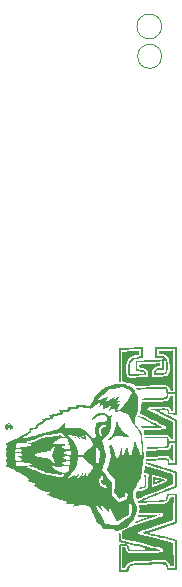
<source format=gbr>
%TF.GenerationSoftware,KiCad,Pcbnew,(6.0.5-0)*%
%TF.CreationDate,2022-08-16T12:13:12-04:00*%
%TF.ProjectId,Springer,53707269-6e67-4657-922e-6b696361645f,rev?*%
%TF.SameCoordinates,Original*%
%TF.FileFunction,Legend,Bot*%
%TF.FilePolarity,Positive*%
%FSLAX46Y46*%
G04 Gerber Fmt 4.6, Leading zero omitted, Abs format (unit mm)*
G04 Created by KiCad (PCBNEW (6.0.5-0)) date 2022-08-16 12:13:12*
%MOMM*%
%LPD*%
G01*
G04 APERTURE LIST*
%ADD10C,0.120000*%
G04 APERTURE END LIST*
D10*
X66421024Y-104132967D02*
G75*
G03*
X66421024Y-104132967I-1016024J0D01*
G01*
X66421001Y-101600000D02*
G75*
G03*
X66421001Y-101600000I-1047269J0D01*
G01*
%TO.C,G\u002A\u002A\u002A*%
G36*
X65726317Y-140416054D02*
G01*
X65726317Y-140057037D01*
X65865114Y-140057037D01*
X65869596Y-140138143D01*
X65891426Y-140166193D01*
X65943188Y-140157364D01*
X66027119Y-140125409D01*
X66125360Y-140079815D01*
X66229459Y-140026351D01*
X66142710Y-140003094D01*
X66067762Y-139983426D01*
X65960538Y-139956195D01*
X65949449Y-139953488D01*
X65892005Y-139946624D01*
X65869189Y-139975534D01*
X65865114Y-140057000D01*
X65865114Y-140057037D01*
X65726317Y-140057037D01*
X65726317Y-139734788D01*
X66228919Y-139859279D01*
X66249279Y-139864339D01*
X66457705Y-139918871D01*
X66598454Y-139961667D01*
X66672157Y-139992943D01*
X66679443Y-140012914D01*
X66670726Y-140017379D01*
X66604346Y-140047556D01*
X66491038Y-140096707D01*
X66344102Y-140159114D01*
X66176840Y-140229056D01*
X65891426Y-140347522D01*
X65726317Y-140416054D01*
G37*
G36*
X62736471Y-135197399D02*
G01*
X62843290Y-135414479D01*
X62975540Y-135646726D01*
X63106896Y-135830739D01*
X63245478Y-135977552D01*
X63399407Y-136098200D01*
X63453633Y-136135108D01*
X63581343Y-136225486D01*
X63658419Y-136289027D01*
X63691101Y-136333113D01*
X63685632Y-136365124D01*
X63648254Y-136392441D01*
X63613448Y-136404464D01*
X63543154Y-136405335D01*
X63435931Y-136385409D01*
X63277787Y-136342812D01*
X63029290Y-136284331D01*
X62763734Y-136262097D01*
X62528232Y-136294275D01*
X62313996Y-136382257D01*
X62112239Y-136527434D01*
X62049797Y-136578174D01*
X61989403Y-136608303D01*
X61949686Y-136594457D01*
X61943818Y-136588405D01*
X61916753Y-136543205D01*
X61928456Y-136494470D01*
X61985418Y-136430801D01*
X62094130Y-136340796D01*
X62189166Y-136257459D01*
X62320842Y-136096669D01*
X62423431Y-135899412D01*
X62501896Y-135655201D01*
X62561198Y-135353547D01*
X62622601Y-134954503D01*
X62736471Y-135197399D01*
G37*
G36*
X67426590Y-132438793D02*
G01*
X67295937Y-132438793D01*
X67228000Y-132436118D01*
X67177649Y-132416766D01*
X67141840Y-132364282D01*
X67102575Y-132262232D01*
X67091224Y-132231124D01*
X67044569Y-132132012D01*
X66984770Y-132069793D01*
X66889761Y-132019272D01*
X66859387Y-132006368D01*
X66811686Y-131989888D01*
X66756495Y-131977933D01*
X66684978Y-131970246D01*
X66588298Y-131966571D01*
X66457618Y-131966651D01*
X66284103Y-131970230D01*
X66058915Y-131977051D01*
X65773219Y-131986857D01*
X65525215Y-131995847D01*
X65259368Y-132006054D01*
X65011336Y-132016137D01*
X64794004Y-132025555D01*
X64620260Y-132033766D01*
X64502991Y-132040229D01*
X64361755Y-132048394D01*
X64267893Y-132049287D01*
X64213430Y-132039652D01*
X64183153Y-132016697D01*
X64161845Y-131977632D01*
X64148062Y-131954321D01*
X64113083Y-131922652D01*
X64051795Y-131891390D01*
X63953882Y-131856481D01*
X63809028Y-131813869D01*
X63606917Y-131759500D01*
X63089344Y-131623356D01*
X63089251Y-130386088D01*
X63089158Y-129148821D01*
X63410128Y-129129294D01*
X63512671Y-129123405D01*
X63715063Y-129112951D01*
X63934542Y-129102701D01*
X64138817Y-129094210D01*
X64546535Y-129078652D01*
X64546535Y-129228085D01*
X64545994Y-129281893D01*
X64535309Y-129349814D01*
X64497744Y-129381636D01*
X64416412Y-129399624D01*
X64206448Y-129446798D01*
X63996938Y-129515809D01*
X63816082Y-129597446D01*
X63684215Y-129683815D01*
X63603419Y-129762876D01*
X63534652Y-129862130D01*
X63486749Y-129983198D01*
X63456502Y-130137860D01*
X63440706Y-130337894D01*
X63436153Y-130595081D01*
X63436580Y-130738789D01*
X63439514Y-130890058D01*
X63446840Y-130995664D01*
X63460400Y-131069445D01*
X63482037Y-131125239D01*
X63513591Y-131176884D01*
X63524876Y-131192689D01*
X63595621Y-131272581D01*
X63661063Y-131321710D01*
X63680001Y-131326812D01*
X63768263Y-131334569D01*
X63911224Y-131336983D01*
X64098821Y-131333996D01*
X64320989Y-131325549D01*
X64452775Y-131319462D01*
X64660031Y-131310512D01*
X64847458Y-131303134D01*
X64998560Y-131297966D01*
X65096844Y-131295642D01*
X65282809Y-131293711D01*
X65269485Y-131029853D01*
X65266509Y-130974692D01*
X65256081Y-130856511D01*
X65237238Y-130779748D01*
X65202927Y-130723696D01*
X65146094Y-130667651D01*
X65051762Y-130599775D01*
X64865627Y-130523437D01*
X64659308Y-130495817D01*
X64635869Y-130495612D01*
X64574892Y-130486350D01*
X64550788Y-130448348D01*
X64546535Y-130361308D01*
X64546535Y-130226992D01*
X64746057Y-130206320D01*
X64843506Y-130198640D01*
X64995829Y-130189626D01*
X65187776Y-130180057D01*
X65404435Y-130170676D01*
X65630893Y-130162225D01*
X66316207Y-130138803D01*
X66316207Y-130247814D01*
X66314084Y-130295763D01*
X66292630Y-130344937D01*
X66235757Y-130356826D01*
X66127867Y-130368445D01*
X65968049Y-130414413D01*
X65818013Y-130484364D01*
X65707565Y-130566467D01*
X65675654Y-130601269D01*
X65636614Y-130657347D01*
X65613405Y-130724745D01*
X65600518Y-130822821D01*
X65592444Y-130970935D01*
X65580019Y-131268229D01*
X66150931Y-131252606D01*
X66162367Y-131252290D01*
X66409667Y-131243006D01*
X66598612Y-131228327D01*
X66739797Y-131204593D01*
X66843819Y-131168145D01*
X66921273Y-131115324D01*
X66982753Y-131042470D01*
X67038856Y-130945922D01*
X67064076Y-130895031D01*
X67088972Y-130830106D01*
X67103822Y-130757496D01*
X67110300Y-130661794D01*
X67110086Y-130527590D01*
X67104854Y-130339476D01*
X67102249Y-130270544D01*
X67081645Y-130001277D01*
X67041903Y-129790553D01*
X66976912Y-129630306D01*
X66880560Y-129512469D01*
X66746737Y-129428974D01*
X66569331Y-129371754D01*
X66342232Y-129332743D01*
X66267759Y-129322152D01*
X66205429Y-129302706D01*
X66181381Y-129264583D01*
X66177409Y-129192268D01*
X66177409Y-129072946D01*
X66484374Y-129072946D01*
X66504567Y-129072900D01*
X66699656Y-129069383D01*
X66915499Y-129061364D01*
X67108964Y-129050400D01*
X67426590Y-129027854D01*
X67426590Y-132438793D01*
G37*
G36*
X67418455Y-142438109D02*
G01*
X67409240Y-143415567D01*
X65899814Y-143905788D01*
X65834560Y-143926983D01*
X65490222Y-144039021D01*
X65205360Y-144132293D01*
X64974350Y-144208941D01*
X64791573Y-144271103D01*
X64651405Y-144320922D01*
X64548226Y-144360536D01*
X64476413Y-144392086D01*
X64430344Y-144417713D01*
X64404398Y-144439557D01*
X64392953Y-144459758D01*
X64390388Y-144480457D01*
X64390503Y-144487328D01*
X64394028Y-144507079D01*
X64406843Y-144525752D01*
X64434766Y-144545091D01*
X64483610Y-144566838D01*
X64559191Y-144592738D01*
X64667325Y-144624533D01*
X64813826Y-144663967D01*
X65004510Y-144712783D01*
X65245193Y-144772725D01*
X65541689Y-144845536D01*
X65899814Y-144932959D01*
X67409240Y-145301011D01*
X67427654Y-147290159D01*
X67293817Y-147290159D01*
X67266084Y-147289948D01*
X67191485Y-147280034D01*
X67150762Y-147241128D01*
X67119160Y-147153918D01*
X67109476Y-147125893D01*
X67028616Y-146991370D01*
X66909899Y-146880729D01*
X66776222Y-146816500D01*
X66738861Y-146810650D01*
X66624994Y-146804009D01*
X66457434Y-146801566D01*
X66245647Y-146802912D01*
X65999102Y-146807634D01*
X65727268Y-146815320D01*
X65439611Y-146825560D01*
X65145600Y-146837941D01*
X64854703Y-146852052D01*
X64576387Y-146867481D01*
X64320122Y-146883818D01*
X64095373Y-146900649D01*
X63911611Y-146917565D01*
X63778301Y-146934153D01*
X63704914Y-146950002D01*
X63619968Y-146999245D01*
X63513488Y-147098302D01*
X63425735Y-147216122D01*
X63378330Y-147327701D01*
X63377944Y-147329622D01*
X63356572Y-147395017D01*
X63312930Y-147423024D01*
X63223618Y-147428957D01*
X63089158Y-147428957D01*
X63089158Y-145693984D01*
X63227956Y-145693984D01*
X63249939Y-145694080D01*
X63328013Y-145700863D01*
X63360405Y-145728112D01*
X63366883Y-145789408D01*
X63370232Y-145831317D01*
X63419157Y-145966172D01*
X63513453Y-146086806D01*
X63636434Y-146169684D01*
X63652777Y-146176230D01*
X63694887Y-146189004D01*
X63749040Y-146198618D01*
X63822399Y-146205141D01*
X63922127Y-146208639D01*
X64055388Y-146209180D01*
X64229346Y-146206831D01*
X64451162Y-146201659D01*
X64728002Y-146193732D01*
X65067027Y-146183116D01*
X65084784Y-146182546D01*
X65381452Y-146172597D01*
X65658793Y-146162538D01*
X65908466Y-146152728D01*
X66122132Y-146143525D01*
X66291450Y-146135288D01*
X66408079Y-146128374D01*
X66463680Y-146123141D01*
X66480145Y-146119763D01*
X66532244Y-146098195D01*
X66554447Y-146050746D01*
X66559103Y-145955756D01*
X66559103Y-145806648D01*
X66203434Y-145719096D01*
X66184306Y-145714391D01*
X66057593Y-145683299D01*
X65875249Y-145638642D01*
X65646973Y-145582789D01*
X65382459Y-145518112D01*
X65091405Y-145446982D01*
X64783507Y-145371770D01*
X64468461Y-145294847D01*
X63089158Y-144958149D01*
X63089299Y-144658102D01*
X63089439Y-144358055D01*
X63365170Y-144180603D01*
X63430557Y-144139852D01*
X63506528Y-144096782D01*
X63591546Y-144054284D01*
X63692747Y-144009653D01*
X63817264Y-143960182D01*
X63972230Y-143903164D01*
X64164781Y-143835893D01*
X64402050Y-143755663D01*
X64691170Y-143659766D01*
X65039278Y-143545497D01*
X65202909Y-143491945D01*
X65491376Y-143397534D01*
X65756154Y-143310873D01*
X65990197Y-143234270D01*
X66186462Y-143170028D01*
X66337903Y-143120454D01*
X66437477Y-143087854D01*
X66478138Y-143074533D01*
X66489495Y-143064905D01*
X66510517Y-143001976D01*
X66518621Y-142900018D01*
X66518621Y-142738814D01*
X66356690Y-142758045D01*
X66315421Y-142761756D01*
X66198800Y-142768850D01*
X66032054Y-142776731D01*
X65827165Y-142784899D01*
X65596114Y-142792852D01*
X65350884Y-142800089D01*
X64507008Y-142822901D01*
X64535084Y-142688292D01*
X64536228Y-142682750D01*
X64561493Y-142430885D01*
X64534355Y-142198014D01*
X64506322Y-142085241D01*
X64716204Y-142085241D01*
X64847793Y-142084012D01*
X65045509Y-142079394D01*
X65271503Y-142071882D01*
X65514927Y-142062046D01*
X65764932Y-142050457D01*
X66010667Y-142037685D01*
X66241286Y-142024298D01*
X66445937Y-142010868D01*
X66613773Y-141997963D01*
X66733944Y-141986155D01*
X66795601Y-141976012D01*
X66889923Y-141922862D01*
X66994241Y-141820026D01*
X67081029Y-141692533D01*
X67132086Y-141562740D01*
X67133064Y-141558337D01*
X67155932Y-141493979D01*
X67200751Y-141466461D01*
X67291089Y-141460651D01*
X67427671Y-141460651D01*
X67418455Y-142438109D01*
G37*
G36*
X65024573Y-139559426D02*
G01*
X65138267Y-139589342D01*
X65128672Y-140094895D01*
X65119076Y-140600448D01*
X64843417Y-140700905D01*
X64804310Y-140714873D01*
X64669357Y-140758941D01*
X64556790Y-140789761D01*
X64487748Y-140801361D01*
X64437149Y-140797363D01*
X64401324Y-140774419D01*
X64422804Y-140734757D01*
X64496558Y-140682568D01*
X64617553Y-140622041D01*
X64780756Y-140557368D01*
X64997628Y-140479767D01*
X64997628Y-140087786D01*
X64997607Y-140055328D01*
X64996132Y-139894463D01*
X64990998Y-139788990D01*
X64980336Y-139726890D01*
X64962276Y-139696139D01*
X64934949Y-139684717D01*
X64893629Y-139663369D01*
X64891574Y-139601570D01*
X64907153Y-139562337D01*
X64945187Y-139544725D01*
X65024573Y-139559426D01*
G37*
G36*
X53413456Y-135800303D02*
G01*
X53330296Y-135770333D01*
X53282517Y-135724389D01*
X53254948Y-135697879D01*
X53246457Y-135687378D01*
X53233503Y-135665026D01*
X53356467Y-135665026D01*
X53368302Y-135695228D01*
X53423851Y-135719655D01*
X53497611Y-135731192D01*
X53564081Y-135722722D01*
X53593755Y-135708100D01*
X53615931Y-135672648D01*
X53581508Y-135643825D01*
X53580933Y-135643344D01*
X53496807Y-135631143D01*
X53486092Y-135631276D01*
X53455433Y-135635219D01*
X53402269Y-135642056D01*
X53356590Y-135664825D01*
X53356467Y-135665026D01*
X53233503Y-135665026D01*
X53188373Y-135587154D01*
X53165114Y-135492345D01*
X53165192Y-135490297D01*
X53269213Y-135490297D01*
X53269217Y-135493094D01*
X53273238Y-135566181D01*
X53282517Y-135596443D01*
X53300430Y-135571923D01*
X53312132Y-135509176D01*
X53312495Y-135466750D01*
X53388212Y-135466750D01*
X53396444Y-135503911D01*
X53400269Y-135507340D01*
X53455433Y-135527044D01*
X53469790Y-135520918D01*
X53454937Y-135494393D01*
X53546808Y-135494393D01*
X53549533Y-135506943D01*
X53581508Y-135509694D01*
X53591892Y-135502572D01*
X53616207Y-135472947D01*
X53615305Y-135469484D01*
X53581508Y-135457645D01*
X53571997Y-135459057D01*
X53546808Y-135494393D01*
X53454937Y-135494393D01*
X53450228Y-135485983D01*
X53426888Y-135467639D01*
X53391239Y-135462850D01*
X53388212Y-135466750D01*
X53312495Y-135466750D01*
X53312710Y-135441564D01*
X53299259Y-135402720D01*
X53297520Y-135401823D01*
X53277470Y-135422499D01*
X53269213Y-135490297D01*
X53165192Y-135490297D01*
X53165488Y-135482565D01*
X53193859Y-135384983D01*
X53244093Y-135304255D01*
X53408011Y-135304255D01*
X53408873Y-135316907D01*
X53434203Y-135344305D01*
X53506580Y-135337412D01*
X53513627Y-135335938D01*
X53604786Y-135338364D01*
X53662639Y-135393993D01*
X53694686Y-135509694D01*
X53709907Y-135613793D01*
X53715107Y-135501020D01*
X53715054Y-135476141D01*
X53681228Y-135361947D01*
X53602653Y-135280510D01*
X53494759Y-135249449D01*
X53437764Y-135259600D01*
X53408011Y-135304255D01*
X53244093Y-135304255D01*
X53254948Y-135286810D01*
X53306559Y-135232571D01*
X53383234Y-135190494D01*
X53491795Y-135180050D01*
X53569105Y-135186926D01*
X53696326Y-135241471D01*
X53777165Y-135345316D01*
X53805477Y-135492345D01*
X53798570Y-135569313D01*
X53743783Y-135695972D01*
X53709907Y-135722110D01*
X53639476Y-135776453D01*
X53497611Y-135803530D01*
X53491795Y-135804640D01*
X53413456Y-135800303D01*
G37*
G36*
X63833835Y-146039622D02*
G01*
X63730806Y-146019671D01*
X63657013Y-145989083D01*
X63605845Y-145946610D01*
X63570692Y-145891007D01*
X63544941Y-145821027D01*
X63521983Y-145735422D01*
X63480727Y-145572536D01*
X63215544Y-145562401D01*
X62950360Y-145552267D01*
X62950360Y-147585104D01*
X63227956Y-147585104D01*
X63335722Y-147584631D01*
X63431233Y-147580377D01*
X63481948Y-147568152D01*
X63502007Y-147543780D01*
X63505552Y-147503080D01*
X63521269Y-147421787D01*
X63572744Y-147304461D01*
X63643941Y-147194502D01*
X63718070Y-147122016D01*
X63735583Y-147114700D01*
X63822703Y-147096566D01*
X63966343Y-147077957D01*
X64157429Y-147059428D01*
X64386892Y-147041534D01*
X64645659Y-147024830D01*
X64924659Y-147009871D01*
X65214820Y-146997213D01*
X65507070Y-146987411D01*
X65792338Y-146981020D01*
X66061552Y-146978595D01*
X66795831Y-146977864D01*
X66885664Y-147084625D01*
X66941877Y-147170472D01*
X66975497Y-147310171D01*
X66975497Y-147428957D01*
X67565388Y-147428957D01*
X67565388Y-146303563D01*
X67565386Y-146272144D01*
X67565110Y-145968068D01*
X67564094Y-145725644D01*
X67561962Y-145537783D01*
X67558338Y-145397393D01*
X67552846Y-145297383D01*
X67545108Y-145230662D01*
X67534749Y-145190140D01*
X67521393Y-145168725D01*
X67504664Y-145159327D01*
X67497181Y-145157222D01*
X67431597Y-145140373D01*
X67308504Y-145109585D01*
X67135476Y-145066725D01*
X66920084Y-145013661D01*
X66669904Y-144952258D01*
X66392507Y-144884385D01*
X66095467Y-144811908D01*
X65993395Y-144787010D01*
X65705190Y-144716414D01*
X65441071Y-144651286D01*
X65208264Y-144593438D01*
X65013998Y-144544681D01*
X64865499Y-144506824D01*
X64769996Y-144481678D01*
X64734715Y-144471053D01*
X64747213Y-144462043D01*
X64812277Y-144435209D01*
X64920802Y-144396182D01*
X65059554Y-144349897D01*
X65102246Y-144336100D01*
X65244628Y-144290022D01*
X65436977Y-144227716D01*
X65668043Y-144152830D01*
X65926574Y-144069010D01*
X66201320Y-143979903D01*
X66481030Y-143889156D01*
X67565388Y-143537290D01*
X67565388Y-141287153D01*
X67017920Y-141287153D01*
X66993734Y-141416077D01*
X66966739Y-141523859D01*
X66891661Y-141684532D01*
X66788246Y-141791130D01*
X66780809Y-141795246D01*
X66699492Y-141817383D01*
X66552226Y-141838321D01*
X66341927Y-141857861D01*
X66071510Y-141875805D01*
X65743892Y-141891952D01*
X65361988Y-141906105D01*
X64928715Y-141918063D01*
X64806781Y-141920659D01*
X64804641Y-141920705D01*
X64651977Y-141922051D01*
X64551041Y-141918792D01*
X64490920Y-141909844D01*
X64460702Y-141894128D01*
X64449475Y-141870560D01*
X64447297Y-141856797D01*
X64448187Y-141837606D01*
X64457699Y-141817538D01*
X64480111Y-141794645D01*
X64486334Y-141790296D01*
X64789431Y-141790296D01*
X64806781Y-141807645D01*
X64824131Y-141790296D01*
X64806781Y-141772946D01*
X64789431Y-141790296D01*
X64486334Y-141790296D01*
X64519704Y-141766974D01*
X64580757Y-141732578D01*
X64667549Y-141689505D01*
X64784358Y-141635807D01*
X64935466Y-141569532D01*
X65125150Y-141488731D01*
X65357690Y-141391454D01*
X65637366Y-141275751D01*
X65968457Y-141139673D01*
X66355241Y-140981268D01*
X66802000Y-140798588D01*
X67548038Y-140493620D01*
X67557587Y-139954788D01*
X67567137Y-139415956D01*
X67002396Y-139237914D01*
X66793299Y-139171996D01*
X66420234Y-139054334D01*
X66105787Y-138954914D01*
X65844914Y-138871946D01*
X65632572Y-138803642D01*
X65463718Y-138748213D01*
X65333309Y-138703871D01*
X65236302Y-138668825D01*
X65167654Y-138641287D01*
X65122321Y-138619468D01*
X65095262Y-138601580D01*
X65081432Y-138585833D01*
X65075788Y-138570439D01*
X65073288Y-138553609D01*
X65071410Y-138505429D01*
X65085083Y-138476498D01*
X65087298Y-138476776D01*
X65138612Y-138490690D01*
X65252559Y-138524938D01*
X65426223Y-138578604D01*
X65656688Y-138650773D01*
X65941041Y-138740527D01*
X66276366Y-138846950D01*
X66659747Y-138969127D01*
X67088270Y-139106140D01*
X67738885Y-139314463D01*
X67738885Y-140584532D01*
X66966822Y-140898688D01*
X66935381Y-140911484D01*
X66660770Y-141023413D01*
X66361143Y-141145785D01*
X66058830Y-141269467D01*
X65776162Y-141385324D01*
X65535470Y-141484220D01*
X64876180Y-141755596D01*
X65171125Y-141765360D01*
X65241094Y-141766726D01*
X65409291Y-141766290D01*
X65615888Y-141762519D01*
X65841077Y-141755828D01*
X66065052Y-141746631D01*
X66245439Y-141737622D01*
X66441089Y-141724196D01*
X66584057Y-141705286D01*
X66683996Y-141676144D01*
X66750566Y-141632022D01*
X66793423Y-141568169D01*
X66822222Y-141479838D01*
X66846622Y-141362279D01*
X66887277Y-141148356D01*
X67738885Y-141148356D01*
X67738885Y-143671306D01*
X67487314Y-143746752D01*
X67474059Y-143750758D01*
X67365002Y-143784688D01*
X67203045Y-143836095D01*
X66999218Y-143901432D01*
X66764550Y-143977154D01*
X66510070Y-144059714D01*
X66246808Y-144145566D01*
X65257874Y-144468935D01*
X66498379Y-144772458D01*
X67738885Y-145075981D01*
X67738885Y-147602454D01*
X66836699Y-147602454D01*
X66836699Y-147454027D01*
X66835733Y-147424708D01*
X66817249Y-147312426D01*
X66782682Y-147228481D01*
X66766493Y-147207144D01*
X66742578Y-147186881D01*
X66705412Y-147172282D01*
X66645634Y-147162452D01*
X66553889Y-147156496D01*
X66420818Y-147153517D01*
X66237064Y-147152619D01*
X65993270Y-147152907D01*
X65929142Y-147153205D01*
X65689670Y-147156633D01*
X65429745Y-147163370D01*
X65159351Y-147172872D01*
X64888466Y-147184599D01*
X64627075Y-147198008D01*
X64385157Y-147212558D01*
X64172694Y-147227707D01*
X63999668Y-147242913D01*
X63876060Y-147257633D01*
X63811852Y-147271327D01*
X63764870Y-147309748D01*
X63706969Y-147398141D01*
X63662136Y-147506430D01*
X63643818Y-147607698D01*
X63640324Y-147662397D01*
X63618434Y-147716588D01*
X63565292Y-147747304D01*
X63468262Y-147760473D01*
X63314705Y-147762019D01*
X63298145Y-147761869D01*
X63145777Y-147764863D01*
X63005919Y-147774350D01*
X62906986Y-147788488D01*
X62776863Y-147818374D01*
X62777337Y-146730155D01*
X62777523Y-146604220D01*
X62778787Y-146341109D01*
X62781097Y-146102084D01*
X62784294Y-145896207D01*
X62788220Y-145732541D01*
X62792718Y-145620148D01*
X62797627Y-145568091D01*
X62827129Y-145511426D01*
X62908136Y-145457243D01*
X63042307Y-145425296D01*
X63519777Y-145425296D01*
X63527196Y-145441111D01*
X63574231Y-145477285D01*
X63578893Y-145480434D01*
X63630375Y-145553406D01*
X63663475Y-145676379D01*
X63663588Y-145677134D01*
X63678974Y-145762367D01*
X63702018Y-145826678D01*
X63741527Y-145872592D01*
X63806311Y-145902635D01*
X63905181Y-145919333D01*
X64046946Y-145925210D01*
X64240414Y-145922794D01*
X64494396Y-145914610D01*
X64705728Y-145906131D01*
X64898524Y-145896602D01*
X65059391Y-145886814D01*
X65175850Y-145877526D01*
X65235419Y-145869499D01*
X65242614Y-145863940D01*
X65209310Y-145843436D01*
X65111722Y-145810168D01*
X64948919Y-145763863D01*
X64719973Y-145704247D01*
X64423954Y-145631048D01*
X64191835Y-145575169D01*
X63976092Y-145524174D01*
X63792107Y-145481662D01*
X63648789Y-145449661D01*
X63555043Y-145430196D01*
X63519777Y-145425296D01*
X63042307Y-145425296D01*
X63042950Y-145425143D01*
X63238263Y-145412766D01*
X63488202Y-145409143D01*
X63132532Y-145318996D01*
X62776863Y-145228850D01*
X62776863Y-144479503D01*
X62863612Y-144479503D01*
X62869990Y-144479513D01*
X62908954Y-144483094D01*
X62932712Y-144502408D01*
X62945024Y-144550870D01*
X62949653Y-144641898D01*
X62950360Y-144788907D01*
X62950360Y-145098311D01*
X63266494Y-145172531D01*
X63341660Y-145190233D01*
X63582937Y-145247637D01*
X63851222Y-145312188D01*
X64138643Y-145381931D01*
X64437327Y-145454908D01*
X64739405Y-145529165D01*
X65037002Y-145602746D01*
X65322250Y-145673694D01*
X65587275Y-145740055D01*
X65824205Y-145799872D01*
X66025171Y-145851189D01*
X66182299Y-145892050D01*
X66287718Y-145920501D01*
X66333557Y-145934584D01*
X66368520Y-145952905D01*
X66365178Y-145965320D01*
X66298858Y-145970000D01*
X66269340Y-145971059D01*
X66171401Y-145974944D01*
X66018862Y-145981201D01*
X65820777Y-145989450D01*
X65586203Y-145999314D01*
X65324194Y-146010415D01*
X65043806Y-146022375D01*
X65018904Y-146023440D01*
X64670530Y-146037980D01*
X64384447Y-146048114D01*
X64154044Y-146052597D01*
X64046946Y-146051171D01*
X63972710Y-146050182D01*
X63833835Y-146039622D01*
G37*
G36*
X67426590Y-134173765D02*
G01*
X67322491Y-134173765D01*
X67275360Y-134171507D01*
X67229090Y-134148127D01*
X67218393Y-134084348D01*
X67218252Y-134078932D01*
X67187318Y-133986995D01*
X67112626Y-133889163D01*
X67006859Y-133783396D01*
X66201766Y-133798599D01*
X65937581Y-133804351D01*
X65716270Y-133811784D01*
X65548016Y-133821930D01*
X65424397Y-133836172D01*
X65336994Y-133855893D01*
X65277385Y-133882474D01*
X65237151Y-133917297D01*
X65207871Y-133961745D01*
X65205384Y-133967239D01*
X65205164Y-133987057D01*
X65222038Y-134011056D01*
X65261735Y-134042372D01*
X65329984Y-134084140D01*
X65432513Y-134139496D01*
X65575053Y-134211576D01*
X65763331Y-134303515D01*
X66003078Y-134418450D01*
X66300021Y-134559515D01*
X67426415Y-135093301D01*
X67426502Y-135830664D01*
X67426590Y-136568028D01*
X67322491Y-136568028D01*
X67299667Y-136567510D01*
X67235924Y-136550390D01*
X67218393Y-136501100D01*
X67211293Y-136464046D01*
X67159105Y-136375274D01*
X67072133Y-136284584D01*
X66969440Y-136210099D01*
X66870087Y-136169941D01*
X66823063Y-136165837D01*
X66709392Y-136163061D01*
X66545835Y-136162990D01*
X66343319Y-136165534D01*
X66112770Y-136170605D01*
X65865114Y-136178115D01*
X65698798Y-136183539D01*
X65429318Y-136190470D01*
X65223712Y-136192750D01*
X65078445Y-136190356D01*
X64989981Y-136183260D01*
X64954785Y-136171437D01*
X64945913Y-136147475D01*
X64933757Y-136065802D01*
X64928760Y-135956536D01*
X64928229Y-135778787D01*
X65630893Y-135755974D01*
X65641702Y-135755622D01*
X65872068Y-135747412D01*
X66093145Y-135738321D01*
X66289911Y-135729053D01*
X66447345Y-135720314D01*
X66550429Y-135712809D01*
X66767300Y-135692457D01*
X66767300Y-135433590D01*
X66324882Y-135222403D01*
X66170559Y-135148623D01*
X65954267Y-135045000D01*
X65712585Y-134929042D01*
X65465212Y-134810202D01*
X65231849Y-134697932D01*
X65173409Y-134669681D01*
X64984859Y-134576922D01*
X64822201Y-134494474D01*
X64694650Y-134427164D01*
X64611425Y-134379824D01*
X64581740Y-134357281D01*
X64583181Y-134347040D01*
X64600157Y-134283512D01*
X64629992Y-134191115D01*
X64638659Y-134162140D01*
X64663365Y-134044780D01*
X64686006Y-133892711D01*
X64702569Y-133731347D01*
X64727400Y-133410377D01*
X65148784Y-133408290D01*
X65256729Y-133407520D01*
X65595992Y-133401943D01*
X65911046Y-133392052D01*
X66194363Y-133378343D01*
X66438413Y-133361314D01*
X66635665Y-133341462D01*
X66778591Y-133319285D01*
X66859660Y-133295281D01*
X66890091Y-133278104D01*
X67004204Y-133186251D01*
X67084161Y-133077570D01*
X67114295Y-132971955D01*
X67114762Y-132953169D01*
X67128152Y-132911545D01*
X67173894Y-132893684D01*
X67270442Y-132889886D01*
X67426590Y-132889886D01*
X67426590Y-134173765D01*
G37*
G36*
X64424320Y-135047873D02*
G01*
X64442437Y-135095349D01*
X64437444Y-135120134D01*
X64407737Y-135128000D01*
X64398261Y-135120898D01*
X64373038Y-135073903D01*
X64374031Y-135066157D01*
X64407737Y-135041252D01*
X64424320Y-135047873D01*
G37*
G36*
X67426590Y-138372399D02*
G01*
X67346812Y-138372399D01*
X67327026Y-138371099D01*
X67268362Y-138338810D01*
X67223498Y-138252002D01*
X67222208Y-138248510D01*
X67163966Y-138143516D01*
X67086420Y-138058025D01*
X67084883Y-138056818D01*
X67048582Y-138031017D01*
X67008458Y-138012706D01*
X66953590Y-138001087D01*
X66873058Y-137995363D01*
X66755942Y-137994736D01*
X66591320Y-137998410D01*
X66368272Y-138005586D01*
X66221856Y-138010765D01*
X65987831Y-138019841D01*
X65763766Y-138029394D01*
X65569462Y-138038568D01*
X65424724Y-138046502D01*
X65105781Y-138066277D01*
X65092658Y-137898368D01*
X65087142Y-137827209D01*
X65077544Y-137690673D01*
X65074771Y-137606021D01*
X65079599Y-137560877D01*
X65092805Y-137542866D01*
X65115163Y-137539612D01*
X65148034Y-137538683D01*
X65243557Y-137535181D01*
X65390483Y-137529445D01*
X65578897Y-137521871D01*
X65798886Y-137512853D01*
X66040535Y-137502786D01*
X66261426Y-137492919D01*
X66518779Y-137479108D01*
X66716903Y-137464989D01*
X66861751Y-137450029D01*
X66959280Y-137433694D01*
X67015446Y-137415450D01*
X67035661Y-137403582D01*
X67124039Y-137320427D01*
X67191520Y-137211798D01*
X67218393Y-137107592D01*
X67240999Y-137068545D01*
X67322491Y-137053820D01*
X67426590Y-137053820D01*
X67426590Y-138372399D01*
G37*
G36*
X64521262Y-134577330D02*
G01*
X64592132Y-134596147D01*
X64695456Y-134635071D01*
X64837183Y-134696241D01*
X65023258Y-134781792D01*
X65259630Y-134893865D01*
X65552246Y-135034597D01*
X65586898Y-135051336D01*
X65898580Y-135203349D01*
X66147330Y-135327616D01*
X66333649Y-135424406D01*
X66458039Y-135493985D01*
X66520999Y-135536620D01*
X66523031Y-135552578D01*
X66497761Y-135554390D01*
X66405063Y-135559460D01*
X66260206Y-135566501D01*
X66074144Y-135575002D01*
X65857830Y-135584458D01*
X65622218Y-135594358D01*
X64806781Y-135627954D01*
X64720821Y-135542799D01*
X64634861Y-135457645D01*
X64859619Y-135457505D01*
X64977261Y-135455758D01*
X65146558Y-135450795D01*
X65340275Y-135443401D01*
X65535449Y-135434361D01*
X65986522Y-135411359D01*
X65214479Y-135037755D01*
X65049665Y-134957338D01*
X64853650Y-134859807D01*
X64686528Y-134774492D01*
X64556745Y-134705791D01*
X64472744Y-134658104D01*
X64442968Y-134635830D01*
X64443903Y-134620139D01*
X64453095Y-134591463D01*
X64476898Y-134576481D01*
X64521262Y-134577330D01*
G37*
G36*
X59792710Y-136585377D02*
G01*
X59775360Y-136602727D01*
X59758011Y-136585377D01*
X59775360Y-136568028D01*
X59792710Y-136585377D01*
G37*
G36*
X67738885Y-134495494D02*
G01*
X67577894Y-134473427D01*
X67497615Y-134464818D01*
X67347387Y-134455130D01*
X67197773Y-134451361D01*
X66978642Y-134451361D01*
X66956690Y-134321238D01*
X66948905Y-134274535D01*
X66928678Y-134170174D01*
X66900873Y-134109190D01*
X66850040Y-134080309D01*
X66760729Y-134072260D01*
X66617489Y-134073773D01*
X66585400Y-134074240D01*
X66432098Y-134077376D01*
X66321165Y-134083873D01*
X66255126Y-134097066D01*
X66236505Y-134120285D01*
X66267829Y-134156863D01*
X66351622Y-134210133D01*
X66490409Y-134283425D01*
X66686717Y-134380074D01*
X66943068Y-134503410D01*
X67738683Y-134885104D01*
X67738885Y-138719394D01*
X66940797Y-138719394D01*
X66940797Y-138566084D01*
X66940262Y-138506418D01*
X66930560Y-138395093D01*
X66900503Y-138335206D01*
X66839586Y-138313983D01*
X66737307Y-138318652D01*
X66723460Y-138319960D01*
X66625844Y-138326391D01*
X66475140Y-138333835D01*
X66284531Y-138341735D01*
X66067199Y-138349536D01*
X65836328Y-138356679D01*
X65096203Y-138377717D01*
X65107639Y-138296984D01*
X65119076Y-138216252D01*
X66030832Y-138185660D01*
X66106752Y-138183126D01*
X66366926Y-138174856D01*
X66568269Y-138169622D01*
X66719178Y-138167695D01*
X66828048Y-138169343D01*
X66903278Y-138174834D01*
X66953264Y-138184439D01*
X66986403Y-138198425D01*
X67011092Y-138217062D01*
X67055626Y-138279732D01*
X67079595Y-138412477D01*
X67079595Y-138545897D01*
X67565388Y-138545897D01*
X67565388Y-136880323D01*
X67322491Y-136880323D01*
X67243625Y-136880518D01*
X67149141Y-136884252D01*
X67100388Y-136897402D01*
X67082213Y-136925917D01*
X67079466Y-136975746D01*
X67079332Y-136981817D01*
X67058327Y-137079570D01*
X67012409Y-137180930D01*
X66974553Y-137235607D01*
X66925271Y-137274581D01*
X66849682Y-137296704D01*
X66726268Y-137311818D01*
X66715729Y-137312772D01*
X66604544Y-137319653D01*
X66440659Y-137326351D01*
X66238715Y-137332417D01*
X66013357Y-137337401D01*
X65779229Y-137340855D01*
X65550295Y-137342907D01*
X65362088Y-137343103D01*
X65226659Y-137340665D01*
X65135392Y-137335040D01*
X65079669Y-137325675D01*
X65050869Y-137312020D01*
X65040376Y-137293521D01*
X65041278Y-137280449D01*
X65057931Y-137265771D01*
X65099113Y-137253671D01*
X65172298Y-137243420D01*
X65284961Y-137234290D01*
X65444576Y-137225551D01*
X65658619Y-137216475D01*
X65934562Y-137206333D01*
X66217009Y-137195735D01*
X66438425Y-137185758D01*
X66605154Y-137175782D01*
X66724555Y-137165153D01*
X66803990Y-137153213D01*
X66850819Y-137139307D01*
X66872405Y-137122779D01*
X66876260Y-137115859D01*
X66896752Y-137036973D01*
X66906569Y-136919800D01*
X66906388Y-136785803D01*
X66896887Y-136656441D01*
X66878746Y-136553174D01*
X66852643Y-136497462D01*
X66834224Y-136487712D01*
X66783936Y-136476784D01*
X66699637Y-136469718D01*
X66574263Y-136466365D01*
X66400751Y-136466578D01*
X66172037Y-136470208D01*
X65881058Y-136477108D01*
X65715385Y-136481391D01*
X65475607Y-136487108D01*
X65292996Y-136490265D01*
X65159784Y-136490513D01*
X65068207Y-136487503D01*
X65010499Y-136480888D01*
X64978894Y-136470318D01*
X64965626Y-136455446D01*
X64962929Y-136435924D01*
X64963969Y-136422595D01*
X64975638Y-136401716D01*
X65008175Y-136386180D01*
X65071281Y-136374510D01*
X65174656Y-136365229D01*
X65327999Y-136356862D01*
X65541011Y-136347931D01*
X65627320Y-136344679D01*
X65865591Y-136336978D01*
X66105993Y-136330775D01*
X66324707Y-136326637D01*
X66497916Y-136325132D01*
X66607410Y-136325318D01*
X66739506Y-136327839D01*
X66827155Y-136335955D01*
X66885831Y-136352936D01*
X66931010Y-136382048D01*
X66978166Y-136426561D01*
X66983669Y-136432169D01*
X67052887Y-136527768D01*
X67079595Y-136617408D01*
X67080078Y-136643288D01*
X67089637Y-136679412D01*
X67123248Y-136698342D01*
X67196027Y-136705630D01*
X67323087Y-136706826D01*
X67566579Y-136706826D01*
X67557309Y-135838714D01*
X67548038Y-134970602D01*
X66515701Y-134479680D01*
X66347750Y-134399667D01*
X66114654Y-134288100D01*
X65908100Y-134188622D01*
X65735328Y-134104753D01*
X65603573Y-134040011D01*
X65520073Y-133997916D01*
X65492067Y-133981985D01*
X65494170Y-133981490D01*
X65543133Y-133978048D01*
X65648738Y-133973118D01*
X65800474Y-133967119D01*
X65987827Y-133960474D01*
X66200286Y-133953604D01*
X66248760Y-133952121D01*
X66499359Y-133945661D01*
X66690581Y-133944987D01*
X66830950Y-133952476D01*
X66928991Y-133970502D01*
X66993229Y-134001442D01*
X67032189Y-134047671D01*
X67054397Y-134111564D01*
X67068377Y-134195497D01*
X67087486Y-134337967D01*
X67326417Y-134333940D01*
X67565347Y-134329913D01*
X67565368Y-133540500D01*
X67565388Y-132751088D01*
X66975497Y-132751088D01*
X66975497Y-132854639D01*
X66952967Y-132951789D01*
X66876647Y-133068822D01*
X66867067Y-133079522D01*
X66826151Y-133121720D01*
X66783936Y-133150887D01*
X66726824Y-133170412D01*
X66641218Y-133183684D01*
X66513520Y-133194091D01*
X66330130Y-133205023D01*
X66284316Y-133207581D01*
X66067405Y-133218663D01*
X65815720Y-133230276D01*
X65556903Y-133241185D01*
X65318598Y-133250157D01*
X64754732Y-133269723D01*
X64754732Y-133188367D01*
X64755291Y-133168189D01*
X64764241Y-133138559D01*
X64793782Y-133118851D01*
X64856093Y-133105715D01*
X64963356Y-133095799D01*
X65127751Y-133085752D01*
X65195515Y-133082048D01*
X65388227Y-133072480D01*
X65617031Y-133062090D01*
X65858863Y-133051901D01*
X66090661Y-133042940D01*
X66324137Y-133033726D01*
X66511954Y-133022273D01*
X66647177Y-133005062D01*
X66738430Y-132978005D01*
X66794337Y-132937014D01*
X66823523Y-132878002D01*
X66834611Y-132796881D01*
X66836225Y-132689564D01*
X66832045Y-132525531D01*
X66817092Y-132398970D01*
X66789143Y-132322412D01*
X66745974Y-132285921D01*
X66722662Y-132283561D01*
X66636810Y-132282221D01*
X66498551Y-132283157D01*
X66317965Y-132286087D01*
X66105129Y-132290728D01*
X65870121Y-132296797D01*
X65623020Y-132304010D01*
X65373902Y-132312086D01*
X65132845Y-132320740D01*
X64909929Y-132329689D01*
X64715230Y-132338652D01*
X64558827Y-132347344D01*
X64453531Y-132352299D01*
X64378005Y-132347281D01*
X64336556Y-132325945D01*
X64310314Y-132283438D01*
X64275055Y-132206054D01*
X64870563Y-132183899D01*
X64902344Y-132182716D01*
X65309329Y-132167593D01*
X65653005Y-132155011D01*
X65939015Y-132144974D01*
X66172998Y-132137488D01*
X66360595Y-132132558D01*
X66507446Y-132130190D01*
X66619192Y-132130389D01*
X66701474Y-132133160D01*
X66759931Y-132138509D01*
X66800205Y-132146441D01*
X66827935Y-132156962D01*
X66848763Y-132170076D01*
X66868328Y-132185789D01*
X66929799Y-132262030D01*
X66972426Y-132407216D01*
X66992847Y-132560241D01*
X67279117Y-132570319D01*
X67565388Y-132580397D01*
X67565496Y-128882099D01*
X66793379Y-128903966D01*
X66684683Y-128907083D01*
X66471462Y-128913439D01*
X66287651Y-128919241D01*
X66143241Y-128924155D01*
X66048223Y-128927849D01*
X66012587Y-128929990D01*
X66011496Y-128932676D01*
X66007636Y-128981474D01*
X66004931Y-129078502D01*
X66003912Y-129206852D01*
X66003912Y-129479557D01*
X66290183Y-129497949D01*
X66399269Y-129506587D01*
X66566235Y-129531767D01*
X66686534Y-129573214D01*
X66774940Y-129637081D01*
X66846226Y-129729519D01*
X66875839Y-129782176D01*
X66897309Y-129839380D01*
X66911181Y-129912714D01*
X66919078Y-130015493D01*
X66922626Y-130161033D01*
X66923448Y-130362648D01*
X66923404Y-130441432D01*
X66922295Y-130618021D01*
X66918368Y-130742066D01*
X66909891Y-130825961D01*
X66895130Y-130882099D01*
X66872352Y-130922875D01*
X66839824Y-130960682D01*
X66825689Y-130975278D01*
X66779011Y-131014312D01*
X66721726Y-131042748D01*
X66642078Y-131062913D01*
X66528309Y-131077138D01*
X66368664Y-131087752D01*
X66151385Y-131097085D01*
X65761016Y-131111869D01*
X65761016Y-130927673D01*
X65776620Y-130788010D01*
X65829553Y-130681407D01*
X65927602Y-130604366D01*
X66078551Y-130550811D01*
X66290183Y-130514667D01*
X66489705Y-130490630D01*
X66489705Y-129964605D01*
X65995237Y-129986875D01*
X65954179Y-129988717D01*
X65719947Y-129999030D01*
X65452387Y-130010561D01*
X65181404Y-130022031D01*
X64936904Y-130032160D01*
X64373038Y-130055173D01*
X64373038Y-130622134D01*
X64652931Y-130659087D01*
X64793066Y-130682033D01*
X64941648Y-130726306D01*
X65036600Y-130790223D01*
X65086950Y-130880741D01*
X65101726Y-131004814D01*
X65101726Y-131154913D01*
X64621024Y-131154913D01*
X64599995Y-131154934D01*
X64401555Y-131156928D01*
X64209677Y-131161709D01*
X64045304Y-131168609D01*
X63929382Y-131176961D01*
X63718442Y-131199008D01*
X63646826Y-131081537D01*
X63611492Y-131011035D01*
X63589231Y-130926444D01*
X63578137Y-130810715D01*
X63575080Y-130644804D01*
X63575093Y-130630634D01*
X63586074Y-130346939D01*
X63621967Y-130121449D01*
X63689257Y-129945756D01*
X63794431Y-129811454D01*
X63943975Y-129710136D01*
X64144374Y-129633395D01*
X64402115Y-129572823D01*
X64422824Y-129568864D01*
X64543769Y-129546132D01*
X64632490Y-129530105D01*
X64671036Y-129524039D01*
X64673671Y-129518981D01*
X64679635Y-129464328D01*
X64683780Y-129362388D01*
X64685333Y-129229093D01*
X64685333Y-128934148D01*
X64416412Y-128934254D01*
X64349113Y-128934752D01*
X64189177Y-128937632D01*
X63989863Y-128942644D01*
X63770128Y-128949287D01*
X63548926Y-128957066D01*
X62950360Y-128979771D01*
X62950360Y-131675405D01*
X62776863Y-131675405D01*
X62776863Y-128839327D01*
X63358079Y-128816771D01*
X63431112Y-128813910D01*
X63682131Y-128803775D01*
X63945224Y-128792771D01*
X64193248Y-128782047D01*
X64399062Y-128772750D01*
X64858830Y-128751286D01*
X64858830Y-129659692D01*
X64746057Y-129675861D01*
X64629773Y-129693002D01*
X64363503Y-129738762D01*
X64156469Y-129789585D01*
X64001355Y-129852006D01*
X63890843Y-129932557D01*
X63817619Y-130037774D01*
X63774365Y-130174190D01*
X63753764Y-130348340D01*
X63748502Y-130566757D01*
X63750753Y-130714979D01*
X63757733Y-130854198D01*
X63768314Y-130954440D01*
X63781346Y-131000500D01*
X63799606Y-131006432D01*
X63877255Y-131013234D01*
X64001212Y-131016317D01*
X64157049Y-131016085D01*
X64330336Y-131012941D01*
X64506645Y-131007289D01*
X64671547Y-130999534D01*
X64810613Y-130990079D01*
X64909416Y-130979329D01*
X64953525Y-130967686D01*
X64954550Y-130939812D01*
X64918300Y-130887217D01*
X64900572Y-130872926D01*
X64831989Y-130845320D01*
X64718270Y-130826601D01*
X64547346Y-130814399D01*
X64234240Y-130799430D01*
X64234240Y-129905733D01*
X64347013Y-129905638D01*
X64358956Y-129905532D01*
X64448516Y-129903103D01*
X64592713Y-129897859D01*
X64779688Y-129890334D01*
X64997583Y-129881058D01*
X65234539Y-129870565D01*
X65478697Y-129859386D01*
X65718199Y-129848054D01*
X65941186Y-129837100D01*
X66135800Y-129827056D01*
X66290183Y-129818455D01*
X66628502Y-129798457D01*
X66628502Y-130669121D01*
X66394281Y-130669175D01*
X66212143Y-130681882D01*
X66056037Y-130722364D01*
X65951158Y-130787406D01*
X65905412Y-130873702D01*
X65893661Y-130956836D01*
X66281857Y-130938436D01*
X66301977Y-130937489D01*
X66484749Y-130927671D01*
X66614383Y-130911150D01*
X66699996Y-130877481D01*
X66750703Y-130816215D01*
X66775621Y-130716908D01*
X66783866Y-130569112D01*
X66784553Y-130362381D01*
X66784541Y-130348637D01*
X66779148Y-130111696D01*
X66759048Y-129934860D01*
X66717064Y-129809640D01*
X66646019Y-129727543D01*
X66538737Y-129680079D01*
X66388039Y-129658755D01*
X66186750Y-129655079D01*
X65865114Y-129658336D01*
X65865114Y-128760651D01*
X66275991Y-128760651D01*
X66295435Y-128760627D01*
X66496295Y-128758552D01*
X66734976Y-128753612D01*
X66983246Y-128746494D01*
X67212876Y-128737883D01*
X67738885Y-128715116D01*
X67738885Y-134495494D01*
G37*
G36*
X65612012Y-141110493D02*
G01*
X65342504Y-141221729D01*
X65120070Y-141314138D01*
X64940213Y-141389595D01*
X64798435Y-141449982D01*
X64690238Y-141497175D01*
X64611123Y-141533053D01*
X64556592Y-141559495D01*
X64542403Y-141566722D01*
X64438328Y-141615335D01*
X64375926Y-141627809D01*
X64338480Y-141602740D01*
X64309270Y-141538724D01*
X64307311Y-141533132D01*
X64284598Y-141422215D01*
X64273286Y-141277995D01*
X64274618Y-141133547D01*
X64289839Y-141021947D01*
X64306587Y-140981808D01*
X64349508Y-140959141D01*
X64436838Y-140963192D01*
X64467731Y-140965178D01*
X64576357Y-140953437D01*
X64726518Y-140914451D01*
X64928229Y-140845826D01*
X65292573Y-140712857D01*
X65301951Y-140090022D01*
X65587519Y-140090022D01*
X65588118Y-140279080D01*
X65590747Y-140431709D01*
X65596330Y-140532426D01*
X65605790Y-140590435D01*
X65620044Y-140614940D01*
X65640015Y-140615144D01*
X65640136Y-140615097D01*
X65688032Y-140595694D01*
X65788879Y-140554172D01*
X65931657Y-140495094D01*
X66105340Y-140423020D01*
X66298905Y-140342511D01*
X66390629Y-140304288D01*
X66578248Y-140225330D01*
X66713658Y-140165849D01*
X66805379Y-140120826D01*
X66861925Y-140085241D01*
X66891816Y-140054074D01*
X66903568Y-140022307D01*
X66905699Y-139984920D01*
X66906098Y-139879817D01*
X66290183Y-139728170D01*
X66104888Y-139682312D01*
X65925766Y-139637480D01*
X65779344Y-139600297D01*
X65677196Y-139573703D01*
X65630893Y-139560640D01*
X65628827Y-139560046D01*
X65612292Y-139573023D01*
X65600517Y-139624891D01*
X65592880Y-139723269D01*
X65588755Y-139875774D01*
X65587519Y-140090022D01*
X65301951Y-140090022D01*
X65302009Y-140086194D01*
X65311444Y-139459531D01*
X65117601Y-139413029D01*
X65046087Y-139394890D01*
X64969923Y-139367822D01*
X64939739Y-139337537D01*
X64941403Y-139294531D01*
X64948359Y-139261661D01*
X64965265Y-139162748D01*
X64982219Y-139044807D01*
X64991766Y-138980254D01*
X65010729Y-138884092D01*
X65027915Y-138830632D01*
X65040183Y-138827738D01*
X65111969Y-138838641D01*
X65244199Y-138870488D01*
X65433434Y-138922267D01*
X65676234Y-138992967D01*
X65969159Y-139081574D01*
X66308771Y-139187076D01*
X66691630Y-139308461D01*
X67114295Y-139444717D01*
X67409240Y-139540501D01*
X67417967Y-139954059D01*
X67426695Y-140367618D01*
X66671929Y-140676101D01*
X66310245Y-140824020D01*
X65933093Y-140978549D01*
X65640015Y-141098986D01*
X65612012Y-141110493D01*
G37*
G36*
X65309923Y-143276998D02*
G01*
X65171131Y-143323886D01*
X64917024Y-143409320D01*
X64684706Y-143486908D01*
X64482960Y-143553746D01*
X64320567Y-143606932D01*
X64206308Y-143643564D01*
X64148966Y-143660739D01*
X64046343Y-143686352D01*
X64142901Y-143588460D01*
X64176401Y-143559687D01*
X64258208Y-143510162D01*
X64380763Y-143454713D01*
X64552878Y-143389520D01*
X64783366Y-143310760D01*
X65327273Y-143130951D01*
X64415455Y-143170895D01*
X64449155Y-142994607D01*
X65061711Y-142972932D01*
X65190629Y-142968291D01*
X65428214Y-142959397D01*
X65659964Y-142950337D01*
X65864705Y-142941948D01*
X66021262Y-142935064D01*
X66368256Y-142918871D01*
X65309923Y-143276998D01*
G37*
G36*
X58155763Y-141772292D02*
G01*
X58016594Y-141732933D01*
X57902289Y-141696451D01*
X57850654Y-141679971D01*
X57677882Y-141619475D01*
X57536062Y-141567549D01*
X57338984Y-141495745D01*
X57154118Y-141428743D01*
X57007914Y-141376150D01*
X56967500Y-141361495D01*
X56848122Y-141315460D01*
X56761368Y-141277832D01*
X56723766Y-141255621D01*
X56723265Y-141249077D01*
X56756054Y-141213101D01*
X56828029Y-141166989D01*
X56850949Y-141154101D01*
X56919688Y-141107059D01*
X56947355Y-141073493D01*
X56947309Y-141070481D01*
X56938680Y-141044210D01*
X56931774Y-141043273D01*
X56873430Y-141033620D01*
X56769407Y-141015740D01*
X56635917Y-140992408D01*
X56496796Y-140964075D01*
X56242146Y-140883507D01*
X56015253Y-140763979D01*
X55790102Y-140593212D01*
X55587083Y-140418495D01*
X55697307Y-140380071D01*
X55711152Y-140374955D01*
X55770045Y-140342772D01*
X55778877Y-140316278D01*
X55754078Y-140303128D01*
X55673334Y-140270096D01*
X55552769Y-140225333D01*
X55407639Y-140174659D01*
X55389065Y-140168236D01*
X61147534Y-140168236D01*
X61167909Y-140322017D01*
X61211421Y-140439794D01*
X61288891Y-140528980D01*
X61440327Y-140619822D01*
X61640456Y-140677370D01*
X61694695Y-140685485D01*
X61754737Y-140679836D01*
X61765869Y-140636477D01*
X61736738Y-140543374D01*
X61730420Y-140527981D01*
X61682420Y-140469977D01*
X61596363Y-140454367D01*
X61531944Y-140446740D01*
X61420849Y-140387819D01*
X61346561Y-140280602D01*
X61319486Y-140137017D01*
X61319652Y-140098843D01*
X61323828Y-140032122D01*
X61338263Y-140021563D01*
X61369057Y-140057366D01*
X61391131Y-140085961D01*
X61419689Y-140103723D01*
X61441128Y-140066709D01*
X61447537Y-140021796D01*
X61427880Y-139941902D01*
X61410525Y-139894149D01*
X61431207Y-139836033D01*
X61452309Y-139785547D01*
X61428375Y-139704985D01*
X61397834Y-139645564D01*
X61367458Y-139635935D01*
X61314725Y-139677937D01*
X61301621Y-139692516D01*
X61256050Y-139743215D01*
X61194485Y-139836646D01*
X61179535Y-139871517D01*
X61151132Y-140008165D01*
X61147534Y-140168236D01*
X55389065Y-140168236D01*
X55290189Y-140134043D01*
X55182086Y-140092995D01*
X55126244Y-140064243D01*
X55114507Y-140043266D01*
X55138718Y-140025538D01*
X55184270Y-139996163D01*
X55212382Y-139950682D01*
X55203666Y-139926789D01*
X55143546Y-139862415D01*
X55033709Y-139776827D01*
X54882904Y-139675012D01*
X54699879Y-139561953D01*
X54493382Y-139442634D01*
X54411885Y-139398208D01*
X54272161Y-139322040D01*
X54044964Y-139205155D01*
X53994099Y-139180634D01*
X53820538Y-139096963D01*
X53607632Y-139002449D01*
X53414994Y-138926596D01*
X53358184Y-138905441D01*
X53336858Y-138895941D01*
X54969486Y-138895941D01*
X54970765Y-138904264D01*
X55005701Y-138927591D01*
X55018302Y-138929018D01*
X55094789Y-138950314D01*
X55217619Y-138993169D01*
X55373904Y-139052472D01*
X55550757Y-139123112D01*
X55735291Y-139199980D01*
X55914618Y-139277963D01*
X56075851Y-139351953D01*
X56200485Y-139409392D01*
X56382330Y-139482973D01*
X56537817Y-139529200D01*
X56687109Y-139554761D01*
X56701756Y-139556491D01*
X56863097Y-139580162D01*
X57050005Y-139613604D01*
X57224950Y-139650159D01*
X57262855Y-139658781D01*
X57418088Y-139692782D01*
X57558882Y-139721789D01*
X57658694Y-139740287D01*
X57676130Y-139743133D01*
X57792710Y-139763059D01*
X57888585Y-139780720D01*
X57902289Y-139783089D01*
X57961241Y-139778997D01*
X57962814Y-139777870D01*
X58478993Y-139777870D01*
X58493562Y-139791349D01*
X58531594Y-139793566D01*
X58566383Y-139792680D01*
X58773364Y-139767016D01*
X58933062Y-139703893D01*
X59057864Y-139598725D01*
X59174212Y-139465432D01*
X59081120Y-139630255D01*
X59045535Y-139699130D01*
X59019553Y-139768294D01*
X59024047Y-139795077D01*
X59031025Y-139793232D01*
X59083127Y-139759634D01*
X59166691Y-139692507D01*
X59267244Y-139603267D01*
X59358920Y-139520656D01*
X59424429Y-139469413D01*
X59454081Y-139460681D01*
X59454459Y-139490493D01*
X59450164Y-139504880D01*
X59411214Y-139592306D01*
X59354276Y-139689006D01*
X59335302Y-139718504D01*
X59297704Y-139788997D01*
X59290644Y-139825070D01*
X59298366Y-139827814D01*
X59346964Y-139806365D01*
X59421549Y-139749881D01*
X59507390Y-139671487D01*
X59589755Y-139584306D01*
X59653912Y-139501461D01*
X59703485Y-139436082D01*
X59741258Y-139412205D01*
X59753313Y-139442146D01*
X59737789Y-139519404D01*
X59692828Y-139637480D01*
X59669525Y-139695039D01*
X59648968Y-139766969D01*
X59654196Y-139795077D01*
X59659938Y-139793659D01*
X59702950Y-139755302D01*
X59764239Y-139677869D01*
X59831443Y-139579246D01*
X59892200Y-139477322D01*
X59934149Y-139389984D01*
X59971768Y-139291935D01*
X60023518Y-139389979D01*
X60028564Y-139399763D01*
X60057067Y-139493965D01*
X60037931Y-139595127D01*
X60035451Y-139602347D01*
X60014642Y-139677021D01*
X60012920Y-139714558D01*
X60032911Y-139702250D01*
X60092046Y-139648957D01*
X60179925Y-139562825D01*
X60286369Y-139453570D01*
X60454130Y-139262278D01*
X60562541Y-139098990D01*
X60611344Y-138960315D01*
X60601187Y-138841911D01*
X60532719Y-138739438D01*
X60406588Y-138648553D01*
X60364964Y-138621979D01*
X60259593Y-138540568D01*
X60136137Y-138432437D01*
X60013469Y-138313664D01*
X59765785Y-138060104D01*
X59315620Y-138060104D01*
X59300252Y-138352914D01*
X59290028Y-138492402D01*
X59267645Y-138627581D01*
X59226419Y-138753386D01*
X59157781Y-138902896D01*
X59065693Y-139064966D01*
X58923049Y-139260438D01*
X58731795Y-139477573D01*
X58626967Y-139589518D01*
X58540605Y-139684989D01*
X58492978Y-139745095D01*
X58478993Y-139777870D01*
X57962814Y-139777870D01*
X58016892Y-139739131D01*
X58088107Y-139651249D01*
X58128668Y-139594060D01*
X58177487Y-139517573D01*
X58196535Y-139475946D01*
X58171268Y-139448464D01*
X58108174Y-139451490D01*
X58029009Y-139480727D01*
X57955538Y-139531186D01*
X57866890Y-139614289D01*
X57485196Y-139531893D01*
X57380770Y-139510058D01*
X57175652Y-139470189D01*
X56975147Y-139434460D01*
X56810753Y-139408629D01*
X56668782Y-139384169D01*
X56510865Y-139342338D01*
X56340375Y-139279119D01*
X56134114Y-139186910D01*
X56032141Y-139139327D01*
X55753368Y-139015420D01*
X55526369Y-138925571D01*
X55345654Y-138867949D01*
X55205733Y-138840721D01*
X55101117Y-138842053D01*
X55075879Y-138846904D01*
X55000020Y-138870571D01*
X54969486Y-138895941D01*
X53336858Y-138895941D01*
X53263417Y-138863225D01*
X53220820Y-138827922D01*
X53219740Y-138792201D01*
X53252320Y-138713967D01*
X53287850Y-138619749D01*
X53288565Y-138616123D01*
X54067300Y-138616123D01*
X54067707Y-138650230D01*
X54077074Y-138736856D01*
X54106327Y-138796565D01*
X54165313Y-138833523D01*
X54263883Y-138851898D01*
X54411885Y-138855854D01*
X54619170Y-138849559D01*
X54729633Y-138843963D01*
X54815786Y-138836106D01*
X57167149Y-138836106D01*
X57190736Y-138870067D01*
X57252175Y-138936395D01*
X57339884Y-139022459D01*
X57509466Y-139167737D01*
X57685797Y-139276965D01*
X57870194Y-139341682D01*
X58082735Y-139371317D01*
X58172997Y-139376841D01*
X58270865Y-139377640D01*
X58336078Y-139363257D01*
X58390930Y-139327265D01*
X58457716Y-139263240D01*
X58493853Y-139226198D01*
X58551033Y-139152619D01*
X58572742Y-139078722D01*
X58571517Y-138972472D01*
X58567059Y-138913455D01*
X58552925Y-138840517D01*
X58521379Y-138807432D01*
X58460185Y-138794654D01*
X58456339Y-138794275D01*
X58424526Y-138795498D01*
X58369378Y-138797618D01*
X58243105Y-138815196D01*
X58103457Y-138843461D01*
X58051105Y-138855440D01*
X57926716Y-138878420D01*
X57813359Y-138886723D01*
X57684575Y-138881218D01*
X57513909Y-138862769D01*
X57424767Y-138852334D01*
X57375924Y-138847425D01*
X57296171Y-138839409D01*
X57205259Y-138833072D01*
X57167587Y-138834589D01*
X57167149Y-138836106D01*
X54815786Y-138836106D01*
X54939287Y-138824843D01*
X55115186Y-138793574D01*
X55281781Y-138746348D01*
X55304354Y-138738822D01*
X55421362Y-138697581D01*
X55480444Y-138670184D01*
X55489212Y-138651871D01*
X55455278Y-138637883D01*
X55385176Y-138622317D01*
X55258300Y-138598138D01*
X55097509Y-138569991D01*
X54915590Y-138539853D01*
X54725331Y-138509698D01*
X54539517Y-138481505D01*
X54370937Y-138457249D01*
X54299240Y-138447758D01*
X54232378Y-138438907D01*
X54136625Y-138428455D01*
X54096466Y-138427868D01*
X54086676Y-138443845D01*
X54072764Y-138513847D01*
X54067300Y-138616123D01*
X53288565Y-138616123D01*
X53299301Y-138561664D01*
X53288886Y-138522283D01*
X53258814Y-138484179D01*
X53218034Y-138425183D01*
X53205667Y-138327673D01*
X53256650Y-138213817D01*
X53270853Y-138191448D01*
X53294550Y-138136235D01*
X53289793Y-138076230D01*
X53284096Y-138060104D01*
X53997901Y-138060104D01*
X53997901Y-138180331D01*
X54008140Y-138260718D01*
X54054918Y-138327130D01*
X54148662Y-138361888D01*
X54299240Y-138371245D01*
X54443052Y-138354412D01*
X54550941Y-138299676D01*
X54635539Y-138229262D01*
X54533592Y-138145931D01*
X54518907Y-138134298D01*
X54443223Y-138089829D01*
X54350476Y-138067804D01*
X54214773Y-138061352D01*
X53997901Y-138060104D01*
X53284096Y-138060104D01*
X53271839Y-138025405D01*
X53994099Y-138025405D01*
X54171298Y-138025405D01*
X54280847Y-138013200D01*
X54400601Y-137981406D01*
X54510418Y-137937781D01*
X54590794Y-137890081D01*
X54609194Y-137864311D01*
X55678074Y-137864311D01*
X55706830Y-137911292D01*
X55774775Y-137965652D01*
X55863167Y-138014190D01*
X55953266Y-138043705D01*
X55962449Y-138045378D01*
X56047886Y-138060428D01*
X56182142Y-138083628D01*
X56348680Y-138112131D01*
X56530961Y-138143093D01*
X56532510Y-138143355D01*
X56720778Y-138176001D01*
X56852996Y-138202138D01*
X56941588Y-138225981D01*
X56998978Y-138251743D01*
X57037588Y-138283638D01*
X57069844Y-138325881D01*
X57136423Y-138418851D01*
X57216742Y-138521684D01*
X57291178Y-138608979D01*
X57348112Y-138667188D01*
X57375924Y-138682762D01*
X57372584Y-138646589D01*
X57363185Y-138604332D01*
X57980785Y-138604332D01*
X57990134Y-138630516D01*
X58033502Y-138646136D01*
X58255633Y-138717525D01*
X58424526Y-138752807D01*
X58545911Y-138751012D01*
X58625518Y-138711172D01*
X58669080Y-138632317D01*
X58682328Y-138513478D01*
X58682328Y-138407099D01*
X58477580Y-138407239D01*
X58465456Y-138407247D01*
X58423168Y-138407635D01*
X58297678Y-138417870D01*
X58199060Y-138448877D01*
X58094232Y-138509795D01*
X58032628Y-138553351D01*
X57980785Y-138604332D01*
X57363185Y-138604332D01*
X57352700Y-138557195D01*
X57319478Y-138428298D01*
X57276234Y-138273510D01*
X57229352Y-138111241D01*
X58057737Y-138111241D01*
X58057915Y-138111893D01*
X58090015Y-138131752D01*
X58160685Y-138163726D01*
X58243804Y-138207169D01*
X58303732Y-138254684D01*
X58311405Y-138262049D01*
X58380406Y-138291191D01*
X58477580Y-138303000D01*
X58528256Y-138301020D01*
X58611164Y-138276400D01*
X58670789Y-138212253D01*
X58700660Y-138161726D01*
X58710725Y-138102595D01*
X58679173Y-138030081D01*
X58618723Y-137963043D01*
X58595852Y-137955259D01*
X60833694Y-137955259D01*
X60833957Y-138145027D01*
X60835662Y-138308288D01*
X60840096Y-138422077D01*
X60848543Y-138497066D01*
X60862289Y-138543930D01*
X60882617Y-138573343D01*
X60910813Y-138595978D01*
X60967946Y-138632106D01*
X61009442Y-138649995D01*
X61018163Y-138639492D01*
X61045590Y-138576927D01*
X61083887Y-138470556D01*
X61127615Y-138334878D01*
X61135474Y-138308840D01*
X61192459Y-138065439D01*
X61204821Y-137856133D01*
X61171836Y-137662955D01*
X61092784Y-137467933D01*
X61076404Y-137435664D01*
X61028511Y-137347400D01*
X60993212Y-137307807D01*
X60955612Y-137306385D01*
X60900811Y-137332637D01*
X60885780Y-137341950D01*
X60865232Y-137365240D01*
X60850913Y-137406347D01*
X60841711Y-137475587D01*
X60836516Y-137583275D01*
X60834214Y-137739727D01*
X60833694Y-137955259D01*
X58595852Y-137955259D01*
X58534591Y-137934409D01*
X58509062Y-137925720D01*
X58371120Y-137940996D01*
X58214864Y-138009316D01*
X58154673Y-138045345D01*
X58084914Y-138089798D01*
X58057737Y-138111241D01*
X57229352Y-138111241D01*
X57162450Y-137879676D01*
X57216556Y-137690382D01*
X58092472Y-137690382D01*
X58110955Y-137710540D01*
X58177510Y-137749923D01*
X58273430Y-137796222D01*
X58378436Y-137840435D01*
X58472250Y-137873564D01*
X58534591Y-137886607D01*
X58642654Y-137862192D01*
X58719762Y-137791116D01*
X58747196Y-137689102D01*
X58715806Y-137572031D01*
X58706924Y-137558375D01*
X58632580Y-137513159D01*
X58519936Y-137504724D01*
X58447262Y-137519619D01*
X58385577Y-137532261D01*
X58246088Y-137594959D01*
X58188882Y-137628874D01*
X58119526Y-137671477D01*
X58092472Y-137690382D01*
X57216556Y-137690382D01*
X57259551Y-137539959D01*
X57286736Y-137445154D01*
X57327860Y-137302902D01*
X57352730Y-137217948D01*
X57917637Y-137217948D01*
X57964247Y-137227317D01*
X57977101Y-137229447D01*
X58043210Y-137259604D01*
X58127136Y-137314066D01*
X58210842Y-137365048D01*
X58310127Y-137393248D01*
X58447262Y-137400815D01*
X58475979Y-137400638D01*
X58596107Y-137390714D01*
X58660642Y-137357378D01*
X58680656Y-137289264D01*
X58667218Y-137175007D01*
X58656096Y-137122406D01*
X58631963Y-137075057D01*
X58580722Y-137056598D01*
X58481233Y-137053182D01*
X58408596Y-137057130D01*
X58339549Y-137067427D01*
X58261550Y-137079059D01*
X58118758Y-137113906D01*
X58107879Y-137117295D01*
X57996245Y-137157952D01*
X57930567Y-137193164D01*
X57917637Y-137217948D01*
X57352730Y-137217948D01*
X57360691Y-137190752D01*
X57379888Y-137127031D01*
X57385226Y-137108897D01*
X57388286Y-137060855D01*
X57357966Y-137069548D01*
X57296869Y-137133121D01*
X57207601Y-137249720D01*
X57190951Y-137272820D01*
X57091026Y-137407297D01*
X57016606Y-137494959D01*
X56956513Y-137545537D01*
X56899564Y-137568760D01*
X56834582Y-137574359D01*
X56788425Y-137576022D01*
X56639797Y-137592101D01*
X56456062Y-137621819D01*
X56259438Y-137660920D01*
X56072146Y-137705147D01*
X55916405Y-137750244D01*
X55807971Y-137789299D01*
X55720916Y-137826635D01*
X55680871Y-137851833D01*
X55678074Y-137864311D01*
X54609194Y-137864311D01*
X54622224Y-137846063D01*
X54619313Y-137839102D01*
X54577764Y-137800429D01*
X54502601Y-137748772D01*
X54450120Y-137720047D01*
X54340471Y-137687904D01*
X54207503Y-137685380D01*
X54198981Y-137685218D01*
X54015251Y-137695760D01*
X54004675Y-137860582D01*
X53994099Y-138025405D01*
X53271839Y-138025405D01*
X53256570Y-137982183D01*
X53242362Y-137945145D01*
X53218594Y-137860506D01*
X53223367Y-137787199D01*
X53256695Y-137687937D01*
X53276401Y-137635012D01*
X53295709Y-137563022D01*
X53291700Y-137541580D01*
X53997901Y-137541580D01*
X53997947Y-137558017D01*
X54003296Y-137607423D01*
X54029136Y-137632879D01*
X54091771Y-137642327D01*
X54207503Y-137643711D01*
X54326096Y-137638871D01*
X54433421Y-137615780D01*
X54519750Y-137567822D01*
X54622395Y-137491933D01*
X54546996Y-137411675D01*
X54545156Y-137409751D01*
X54449584Y-137353921D01*
X54320597Y-137330214D01*
X54186356Y-137340196D01*
X54128024Y-137363897D01*
X54075021Y-137385433D01*
X54027944Y-137433847D01*
X53997901Y-137541580D01*
X53291700Y-137541580D01*
X53286878Y-137515785D01*
X53248991Y-137467040D01*
X53245715Y-137463412D01*
X53206829Y-137411614D01*
X53206581Y-137364869D01*
X53244080Y-137291246D01*
X53291233Y-137175492D01*
X53293596Y-137130700D01*
X54067300Y-137130700D01*
X54067306Y-137136147D01*
X54072277Y-137235931D01*
X54090543Y-137283273D01*
X54128024Y-137294106D01*
X54130723Y-137293934D01*
X54189724Y-137286433D01*
X54304263Y-137269433D01*
X54462767Y-137244734D01*
X54653666Y-137214135D01*
X54865388Y-137179436D01*
X55542027Y-137067376D01*
X55430974Y-137008547D01*
X55412425Y-136999125D01*
X55382626Y-136987880D01*
X57138202Y-136987880D01*
X57259650Y-136969195D01*
X57390250Y-136950689D01*
X57678018Y-136924710D01*
X57906241Y-136928619D01*
X58077123Y-136962397D01*
X58191030Y-136994452D01*
X58339549Y-137016067D01*
X58460746Y-137010607D01*
X58536590Y-136977481D01*
X58577116Y-136896056D01*
X58575102Y-136784237D01*
X58534257Y-136664313D01*
X58461308Y-136555655D01*
X58362982Y-136477633D01*
X58227359Y-136439478D01*
X58055413Y-136438933D01*
X57869560Y-136474408D01*
X57691222Y-136543792D01*
X57584962Y-136608170D01*
X57451855Y-136705348D01*
X57329049Y-136809647D01*
X57138202Y-136987880D01*
X55382626Y-136987880D01*
X55255447Y-136939887D01*
X55177292Y-136921052D01*
X55063466Y-136893621D01*
X54853326Y-136861708D01*
X54641872Y-136845525D01*
X54445949Y-136846452D01*
X54282403Y-136865869D01*
X54168078Y-136905154D01*
X54150435Y-136915904D01*
X54096495Y-136961826D01*
X54072660Y-137024748D01*
X54067300Y-137130700D01*
X53293596Y-137130700D01*
X53297895Y-137049210D01*
X53251895Y-136949757D01*
X53242824Y-136938828D01*
X53234089Y-136913410D01*
X53253553Y-136887027D01*
X53310388Y-136853767D01*
X53413768Y-136807722D01*
X53506205Y-136770108D01*
X54990712Y-136770108D01*
X55014216Y-136807778D01*
X55090854Y-136845597D01*
X55109394Y-136851426D01*
X55177292Y-136864739D01*
X55251948Y-136860867D01*
X55352702Y-136837235D01*
X55498892Y-136791270D01*
X55584080Y-136761954D01*
X55765742Y-136695062D01*
X55963776Y-136617982D01*
X56148292Y-136542179D01*
X56295938Y-136481932D01*
X56473158Y-136420785D01*
X56634972Y-136382107D01*
X56807582Y-136358601D01*
X56905110Y-136347796D01*
X57095935Y-136322752D01*
X57305221Y-136291749D01*
X57502546Y-136259140D01*
X57901590Y-136188759D01*
X57988338Y-136291286D01*
X58014188Y-136320153D01*
X58083836Y-136371564D01*
X58153161Y-136372775D01*
X58158944Y-136371216D01*
X58209960Y-136354105D01*
X58224159Y-136329321D01*
X58200017Y-136280854D01*
X58136009Y-136192693D01*
X58122173Y-136173889D01*
X58108848Y-136155532D01*
X58475839Y-136155532D01*
X58476370Y-136156750D01*
X58504661Y-136192357D01*
X58569601Y-136267763D01*
X58662347Y-136372832D01*
X58774057Y-136497427D01*
X58890039Y-136631920D01*
X59008133Y-136780922D01*
X59105457Y-136916167D01*
X59168330Y-137019536D01*
X59173826Y-137030584D01*
X59261103Y-137257494D01*
X59320003Y-137511285D01*
X59341617Y-137754182D01*
X59341617Y-137886607D01*
X59551770Y-137886607D01*
X59592403Y-137886461D01*
X59676030Y-137882127D01*
X59743848Y-137865516D01*
X59807844Y-137828369D01*
X59880003Y-137762428D01*
X59972313Y-137659436D01*
X60096759Y-137511135D01*
X60145056Y-137458481D01*
X60256305Y-137360336D01*
X60362766Y-137290221D01*
X60397303Y-137272238D01*
X60495987Y-137214657D01*
X60564773Y-137165847D01*
X60575011Y-137155850D01*
X60618369Y-137062521D01*
X60616225Y-136937897D01*
X60568394Y-136800526D01*
X60523477Y-136723083D01*
X60442751Y-136605019D01*
X60345800Y-136477909D01*
X60242092Y-136352644D01*
X60141093Y-136240116D01*
X60052268Y-136151217D01*
X59985084Y-136096837D01*
X59949007Y-136087869D01*
X59946039Y-136101246D01*
X59956538Y-136165122D01*
X59985079Y-136258995D01*
X60017569Y-136392364D01*
X60017399Y-136530931D01*
X59995407Y-136649982D01*
X59934123Y-136513582D01*
X59928987Y-136502485D01*
X59878440Y-136411108D01*
X59814744Y-136315407D01*
X59750071Y-136231366D01*
X59696595Y-136174966D01*
X59666489Y-136162191D01*
X59664850Y-136168642D01*
X59676367Y-136221484D01*
X59707394Y-136305859D01*
X59733845Y-136376477D01*
X59753735Y-136462825D01*
X59745854Y-136503538D01*
X59713212Y-136491555D01*
X59658819Y-136419812D01*
X59594176Y-136333082D01*
X59512334Y-136247164D01*
X59428941Y-136175766D01*
X59359215Y-136131907D01*
X59318378Y-136128607D01*
X59313000Y-136146819D01*
X59335930Y-136196831D01*
X59344894Y-136209038D01*
X59386331Y-136282648D01*
X59430759Y-136379842D01*
X59486685Y-136515979D01*
X59336077Y-136372559D01*
X59302810Y-136341638D01*
X59201697Y-136256405D01*
X59114172Y-136194400D01*
X59052594Y-136163691D01*
X59029322Y-136172342D01*
X59031283Y-136181093D01*
X59056552Y-136237669D01*
X59101655Y-136321036D01*
X59173988Y-136446580D01*
X59092980Y-136355610D01*
X59047382Y-136308096D01*
X58951283Y-136236826D01*
X58832828Y-136192611D01*
X58668627Y-136164939D01*
X58585872Y-136156485D01*
X58506028Y-136151913D01*
X58475839Y-136155532D01*
X58108848Y-136155532D01*
X58079088Y-136114533D01*
X58041928Y-136072148D01*
X58000034Y-136045712D01*
X57942743Y-136034201D01*
X57859396Y-136036594D01*
X57739330Y-136051869D01*
X57571884Y-136079003D01*
X57346399Y-136116973D01*
X57239394Y-136134152D01*
X57041829Y-136163154D01*
X56853708Y-136187826D01*
X56704459Y-136204169D01*
X56697633Y-136204798D01*
X56517408Y-136232005D01*
X56338501Y-136283329D01*
X56132080Y-136366972D01*
X56102627Y-136379961D01*
X55942978Y-136446511D01*
X55763717Y-136516254D01*
X55578826Y-136584296D01*
X55402285Y-136645739D01*
X55248074Y-136695690D01*
X55130173Y-136729250D01*
X55062563Y-136741525D01*
X55023774Y-136745224D01*
X54990712Y-136770108D01*
X53506205Y-136770108D01*
X53572865Y-136742983D01*
X53602386Y-136731083D01*
X53814010Y-136641808D01*
X54042266Y-136539681D01*
X54239658Y-136447265D01*
X54592889Y-136447265D01*
X54594290Y-136451990D01*
X54638710Y-136460541D01*
X54724953Y-136463929D01*
X54808447Y-136454401D01*
X54954626Y-136425745D01*
X55157287Y-136379229D01*
X55411440Y-136316126D01*
X55712101Y-136237708D01*
X56054282Y-136145248D01*
X56432996Y-136040019D01*
X56843256Y-135923293D01*
X57039916Y-135866304D01*
X57275795Y-135795842D01*
X57458099Y-135737557D01*
X57594859Y-135688175D01*
X57694107Y-135644426D01*
X57763871Y-135603036D01*
X57812184Y-135560732D01*
X57847075Y-135514243D01*
X57879142Y-135467698D01*
X57951846Y-135378869D01*
X58035622Y-135289397D01*
X58116671Y-135212832D01*
X58181190Y-135162725D01*
X58215378Y-135152627D01*
X58225420Y-135178145D01*
X58241255Y-135257336D01*
X58255569Y-135367243D01*
X58275643Y-135561744D01*
X58886206Y-135561744D01*
X58905917Y-135561745D01*
X59121468Y-135562205D01*
X59281247Y-135564543D01*
X59397884Y-135570267D01*
X59484013Y-135580883D01*
X59552263Y-135597900D01*
X59615267Y-135622826D01*
X59685656Y-135657167D01*
X59701975Y-135665768D01*
X59827623Y-135747203D01*
X59977137Y-135863189D01*
X60134228Y-135999065D01*
X60282609Y-136140171D01*
X60405992Y-136271847D01*
X60488091Y-136379432D01*
X60504497Y-136404887D01*
X60555973Y-136471796D01*
X60590965Y-136498629D01*
X60599099Y-136496763D01*
X60652519Y-136465794D01*
X60726933Y-136408796D01*
X60783657Y-136352628D01*
X60825569Y-136268590D01*
X60824553Y-136162960D01*
X60783249Y-136017383D01*
X60777890Y-136001971D01*
X60752735Y-135906599D01*
X60753680Y-135858610D01*
X61077995Y-135858610D01*
X61116958Y-136039357D01*
X61217978Y-136224671D01*
X61247854Y-136264813D01*
X61301621Y-136315908D01*
X61342314Y-136306584D01*
X61382804Y-136237872D01*
X61394927Y-136208746D01*
X61400050Y-136144274D01*
X61353674Y-136081724D01*
X61343807Y-136071166D01*
X61298572Y-135983076D01*
X61284787Y-135850057D01*
X61285143Y-135794606D01*
X61289967Y-135730354D01*
X61304628Y-135720385D01*
X61334357Y-135754633D01*
X61359194Y-135786784D01*
X61386045Y-135801282D01*
X61407638Y-135760824D01*
X61413866Y-135721741D01*
X61389780Y-135649570D01*
X61375097Y-135629284D01*
X61367713Y-135575477D01*
X61422860Y-135536047D01*
X61543709Y-135508079D01*
X61638726Y-135487779D01*
X61697445Y-135451223D01*
X61731942Y-135384626D01*
X61750256Y-135322413D01*
X61738677Y-135290276D01*
X61680911Y-135284148D01*
X61536169Y-135309005D01*
X61373175Y-135385669D01*
X61228749Y-135500133D01*
X61125342Y-135638094D01*
X61102398Y-135690728D01*
X61077995Y-135858610D01*
X60753680Y-135858610D01*
X60754411Y-135821454D01*
X60782873Y-135709401D01*
X60794981Y-135665351D01*
X60822253Y-135526487D01*
X60833318Y-135403553D01*
X60833525Y-135382959D01*
X60843580Y-135282573D01*
X60877041Y-135213513D01*
X60945397Y-135167332D01*
X61060133Y-135135581D01*
X61232737Y-135109813D01*
X61278697Y-135104074D01*
X61451494Y-135081547D01*
X61570433Y-135062252D01*
X61647866Y-135042039D01*
X61696149Y-135016752D01*
X61727636Y-134982239D01*
X61754681Y-134934347D01*
X61768438Y-134905594D01*
X61799134Y-134772122D01*
X61767594Y-134661837D01*
X61677721Y-134578721D01*
X61533419Y-134526755D01*
X61338591Y-134509920D01*
X61248367Y-134514299D01*
X61055810Y-134555853D01*
X60881212Y-134647893D01*
X60706519Y-134798666D01*
X60645444Y-134855357D01*
X60561497Y-134910664D01*
X60506459Y-134914251D01*
X60486699Y-134864220D01*
X60507969Y-134824503D01*
X60565369Y-134750720D01*
X60646233Y-134659527D01*
X60731255Y-134575157D01*
X60918919Y-134437538D01*
X61120853Y-134358913D01*
X61351888Y-134332405D01*
X61449116Y-134334393D01*
X61562091Y-134350819D01*
X61671050Y-134389768D01*
X61795049Y-134458603D01*
X61953150Y-134564686D01*
X61994481Y-134584413D01*
X62039062Y-134568630D01*
X62100586Y-134503410D01*
X62186899Y-134399312D01*
X62168639Y-134902454D01*
X62167290Y-134939503D01*
X62155821Y-135223284D01*
X62141879Y-135449907D01*
X62121492Y-135630317D01*
X62090686Y-135775459D01*
X62045489Y-135896279D01*
X61981928Y-136003723D01*
X61896030Y-136108736D01*
X61783823Y-136222263D01*
X61641333Y-136355249D01*
X61337624Y-136634904D01*
X61519402Y-137183831D01*
X61575380Y-137355701D01*
X61642368Y-137580808D01*
X61684604Y-137767532D01*
X61702175Y-137931962D01*
X61695168Y-138090184D01*
X61663670Y-138258288D01*
X61607768Y-138452361D01*
X61527550Y-138688491D01*
X61485480Y-138809117D01*
X61431443Y-138970778D01*
X61398298Y-139084016D01*
X61383632Y-139159213D01*
X61385034Y-139206749D01*
X61400090Y-139237007D01*
X61424240Y-139265160D01*
X61490251Y-139341287D01*
X61586951Y-139452383D01*
X61705744Y-139588574D01*
X61838033Y-139739986D01*
X62229807Y-140188038D01*
X62215531Y-140719402D01*
X62201254Y-141250767D01*
X62503760Y-141551871D01*
X62806266Y-141852976D01*
X63025786Y-141792126D01*
X63116669Y-141765516D01*
X63279467Y-141704711D01*
X63390016Y-141636749D01*
X63460104Y-141553029D01*
X63501517Y-141444949D01*
X63532862Y-141297027D01*
X63537024Y-141192991D01*
X63510332Y-141126486D01*
X63450902Y-141084086D01*
X63413679Y-141068888D01*
X63343616Y-141061835D01*
X63307561Y-141108039D01*
X63297355Y-141214424D01*
X63281416Y-141321821D01*
X63214357Y-141417147D01*
X63089158Y-141478570D01*
X63023606Y-141503468D01*
X62937702Y-141549456D01*
X62859984Y-141578822D01*
X62787353Y-141546790D01*
X62719138Y-141447771D01*
X62703729Y-141420620D01*
X62631301Y-141321566D01*
X62543788Y-141227552D01*
X62423597Y-141115901D01*
X62448603Y-140544940D01*
X62473609Y-139973980D01*
X62301970Y-139789105D01*
X62205353Y-139681108D01*
X62079383Y-139532668D01*
X61968216Y-139394397D01*
X61806101Y-139184564D01*
X61907206Y-138943304D01*
X61996470Y-138694666D01*
X62077361Y-138342770D01*
X62109099Y-137992091D01*
X62090628Y-137657417D01*
X62020889Y-137353541D01*
X61954853Y-137157935D01*
X62172973Y-136991567D01*
X62353703Y-137465112D01*
X62372509Y-137514494D01*
X62441927Y-137698530D01*
X62505479Y-137869532D01*
X62556796Y-138010261D01*
X62589511Y-138103479D01*
X62610847Y-138161919D01*
X62646405Y-138238371D01*
X62672259Y-138268301D01*
X62702268Y-138241496D01*
X62742472Y-138157841D01*
X62793532Y-138014544D01*
X62856439Y-137808817D01*
X62932185Y-137537871D01*
X62946782Y-137484354D01*
X62992643Y-137320863D01*
X63032285Y-137186314D01*
X63061876Y-137093428D01*
X63077588Y-137054923D01*
X63081157Y-137061694D01*
X63085574Y-137121631D01*
X63087367Y-137233258D01*
X63086427Y-137385242D01*
X63082639Y-137566249D01*
X63080852Y-137640870D01*
X63079081Y-137825567D01*
X63081864Y-137967015D01*
X63088912Y-138056530D01*
X63099937Y-138085428D01*
X63105773Y-138079860D01*
X63136211Y-138024751D01*
X63183424Y-137920744D01*
X63242161Y-137779790D01*
X63307170Y-137613839D01*
X63320145Y-137579966D01*
X63389538Y-137407348D01*
X63445897Y-137282188D01*
X63486262Y-137210614D01*
X63507672Y-137198758D01*
X63510879Y-137205744D01*
X63533540Y-137269988D01*
X63569632Y-137383705D01*
X63614894Y-137533193D01*
X63665063Y-137704748D01*
X63682614Y-137764698D01*
X63730437Y-137917147D01*
X63772020Y-138034446D01*
X63803401Y-138105981D01*
X63820612Y-138121141D01*
X63821896Y-138118268D01*
X63838082Y-138062912D01*
X63865713Y-137952418D01*
X63902170Y-137797857D01*
X63944834Y-137610299D01*
X63991084Y-137400815D01*
X63998880Y-137365099D01*
X64044548Y-137160252D01*
X64086178Y-136980550D01*
X64121183Y-136836680D01*
X64146976Y-136739327D01*
X64160968Y-136699179D01*
X64163203Y-136698519D01*
X64186329Y-136731537D01*
X64225866Y-136816694D01*
X64276898Y-136942689D01*
X64334513Y-137098223D01*
X64360637Y-137171430D01*
X64473095Y-137481411D01*
X64571145Y-137742874D01*
X64653380Y-137952321D01*
X64718395Y-138106257D01*
X64764781Y-138201182D01*
X64791134Y-138233602D01*
X64808401Y-138206800D01*
X64806725Y-138138178D01*
X64806067Y-138133776D01*
X64798832Y-138066019D01*
X64787511Y-137940277D01*
X64772910Y-137766367D01*
X64755837Y-137554109D01*
X64737101Y-137313321D01*
X64717508Y-137053820D01*
X64704618Y-136883554D01*
X64682374Y-136608655D01*
X64662617Y-136394250D01*
X64644657Y-136234557D01*
X64627802Y-136123792D01*
X64611362Y-136056173D01*
X64594643Y-136025918D01*
X64592788Y-136024387D01*
X64547157Y-135972398D01*
X64476816Y-135877977D01*
X64392374Y-135756992D01*
X64304441Y-135625308D01*
X64223624Y-135498792D01*
X64160535Y-135393310D01*
X64125781Y-135324728D01*
X64090786Y-135269187D01*
X64025626Y-135224694D01*
X63985639Y-135203879D01*
X63955319Y-135149978D01*
X63943895Y-135109640D01*
X63905387Y-135017672D01*
X63846215Y-134892155D01*
X63773147Y-134748025D01*
X63592300Y-134402750D01*
X63314705Y-134290377D01*
X63107896Y-134217873D01*
X62916666Y-134181579D01*
X62752292Y-134190523D01*
X62699952Y-134209099D01*
X62601983Y-134243870D01*
X62550327Y-134269421D01*
X62493122Y-134288388D01*
X62469614Y-134268400D01*
X62474211Y-134200009D01*
X62501319Y-134073762D01*
X62510841Y-134029273D01*
X62523718Y-133946804D01*
X62522395Y-133907731D01*
X62516608Y-133907049D01*
X62463308Y-133922645D01*
X62368116Y-133959965D01*
X62246618Y-134013058D01*
X61984820Y-134132363D01*
X62051286Y-133939174D01*
X62079175Y-133852544D01*
X62100972Y-133769600D01*
X62103931Y-133732164D01*
X62085594Y-133735210D01*
X62016169Y-133762543D01*
X61908274Y-133811576D01*
X61775594Y-133876301D01*
X61461079Y-134034260D01*
X61451007Y-133748343D01*
X61440934Y-133462427D01*
X61290710Y-133670623D01*
X61140485Y-133878820D01*
X61164825Y-133583875D01*
X61189164Y-133288929D01*
X60839611Y-133630375D01*
X60737515Y-133729407D01*
X60623981Y-133835645D01*
X60542477Y-133904034D01*
X60483285Y-133941577D01*
X60436684Y-133955274D01*
X60392955Y-133952128D01*
X60323903Y-133940525D01*
X60205502Y-133923249D01*
X60055792Y-133902730D01*
X59891445Y-133881119D01*
X59729134Y-133860568D01*
X59585530Y-133843225D01*
X59477306Y-133831243D01*
X59421132Y-133826771D01*
X59396091Y-133837965D01*
X59376317Y-133891921D01*
X59376316Y-133892160D01*
X59358365Y-133967083D01*
X59299134Y-134011981D01*
X59190299Y-134029974D01*
X59023536Y-134024184D01*
X58958410Y-134018928D01*
X58852345Y-134014257D01*
X58785196Y-134023403D01*
X58736098Y-134051173D01*
X58684187Y-134102376D01*
X58629004Y-134153317D01*
X58563721Y-134187646D01*
X58470510Y-134209450D01*
X58328649Y-134225931D01*
X58191883Y-134241329D01*
X58106405Y-134259873D01*
X58057923Y-134286950D01*
X58030163Y-134328132D01*
X57988719Y-134384050D01*
X57875229Y-134459443D01*
X57707558Y-134522270D01*
X57494646Y-134568516D01*
X57375333Y-134592639D01*
X57291354Y-134620033D01*
X57259650Y-134645209D01*
X57259647Y-134645572D01*
X57239333Y-134699187D01*
X57191183Y-134771939D01*
X57156393Y-134808544D01*
X57092950Y-134846114D01*
X56995365Y-134875065D01*
X56846085Y-134902014D01*
X56815256Y-134906871D01*
X56686862Y-134930099D01*
X56610738Y-134952723D01*
X56572779Y-134980497D01*
X56558882Y-135019174D01*
X56551046Y-135042431D01*
X56503517Y-135095319D01*
X56406977Y-135160344D01*
X56253366Y-135243422D01*
X56132512Y-135306116D01*
X56039708Y-135359975D01*
X55988869Y-135401841D01*
X55968817Y-135441304D01*
X55968373Y-135487957D01*
X55968425Y-135538662D01*
X55938266Y-135591819D01*
X55857441Y-135640017D01*
X55815993Y-135657268D01*
X55690250Y-135695331D01*
X55557863Y-135721367D01*
X55469773Y-135734345D01*
X55410030Y-135752613D01*
X55391316Y-135783947D01*
X55398126Y-135839849D01*
X55402459Y-135884049D01*
X55387838Y-135941679D01*
X55341868Y-136000352D01*
X55256661Y-136067140D01*
X55124331Y-136149116D01*
X54936992Y-136253352D01*
X54829758Y-136311816D01*
X54711931Y-136377192D01*
X54628516Y-136424854D01*
X54592889Y-136447265D01*
X54239658Y-136447265D01*
X54275654Y-136430412D01*
X54502670Y-136319708D01*
X54711811Y-136213278D01*
X54891575Y-136116831D01*
X55030458Y-136036074D01*
X55116959Y-135976716D01*
X55154066Y-135943477D01*
X55226143Y-135852095D01*
X55246996Y-135773064D01*
X55212382Y-135717891D01*
X55188827Y-135699987D01*
X55184449Y-135665555D01*
X55246832Y-135637636D01*
X55377205Y-135615466D01*
X55400042Y-135612683D01*
X55574744Y-135585972D01*
X55713113Y-135555123D01*
X55804179Y-135523067D01*
X55836972Y-135492731D01*
X55826379Y-135468954D01*
X55776248Y-135426831D01*
X55760865Y-135417408D01*
X55739479Y-135393054D01*
X55750714Y-135363660D01*
X55801912Y-135322686D01*
X55900415Y-135263591D01*
X56053566Y-135179836D01*
X56071428Y-135170224D01*
X56211630Y-135092357D01*
X56298574Y-135036252D01*
X56340458Y-134993926D01*
X56345482Y-134957401D01*
X56321844Y-134918694D01*
X56304832Y-134896805D01*
X56299513Y-134875810D01*
X56321425Y-134857912D01*
X56380755Y-134838841D01*
X56487687Y-134814324D01*
X56652409Y-134780093D01*
X56731907Y-134763786D01*
X56883294Y-134732136D01*
X56978618Y-134708793D01*
X57026220Y-134689121D01*
X57034441Y-134668487D01*
X57011622Y-134642255D01*
X56966106Y-134605791D01*
X56866642Y-134526481D01*
X57002422Y-134491851D01*
X57046895Y-134480884D01*
X57167834Y-134452408D01*
X57321479Y-134417288D01*
X57485196Y-134380734D01*
X57589424Y-134357297D01*
X57718052Y-134326870D01*
X57808844Y-134303501D01*
X57846786Y-134290918D01*
X57847721Y-134289547D01*
X57832427Y-134254476D01*
X57783452Y-134194639D01*
X57776322Y-134186843D01*
X57735369Y-134127976D01*
X57734158Y-134094597D01*
X57769218Y-134086988D01*
X57861375Y-134075943D01*
X57994423Y-134063919D01*
X58153161Y-134052444D01*
X58293786Y-134041176D01*
X58423313Y-134025814D01*
X58511171Y-134009465D01*
X58543530Y-133994195D01*
X58536029Y-133960327D01*
X58506019Y-133890917D01*
X58485721Y-133844199D01*
X58482495Y-133806840D01*
X58503243Y-133804752D01*
X58580845Y-133809074D01*
X58701355Y-133820732D01*
X58849651Y-133838427D01*
X58979697Y-133854729D01*
X59101994Y-133865708D01*
X59172388Y-133860450D01*
X59200562Y-133834987D01*
X59196199Y-133785354D01*
X59168979Y-133707582D01*
X59157374Y-133678346D01*
X59149188Y-133650001D01*
X59156866Y-133632127D01*
X59189237Y-133624466D01*
X59255126Y-133626758D01*
X59363360Y-133638744D01*
X59522764Y-133660166D01*
X59742166Y-133690765D01*
X60261153Y-133762956D01*
X60382601Y-133625430D01*
X60430883Y-133563660D01*
X60513368Y-133441744D01*
X60605505Y-133292131D01*
X60647439Y-133218099D01*
X61042405Y-133218099D01*
X61076985Y-133236880D01*
X61118750Y-133225429D01*
X61211682Y-133192629D01*
X61341241Y-133143634D01*
X61493379Y-133083614D01*
X61495562Y-133082737D01*
X61642853Y-133026546D01*
X61763390Y-132986151D01*
X61844792Y-132965313D01*
X61874677Y-132967792D01*
X61868974Y-132990622D01*
X61836503Y-133063522D01*
X61784869Y-133158482D01*
X61753189Y-133216287D01*
X61719488Y-133293020D01*
X61714664Y-133331330D01*
X61716014Y-133332005D01*
X61757472Y-133318418D01*
X61844437Y-133274858D01*
X61965102Y-133207586D01*
X62107659Y-133122868D01*
X62125837Y-133111785D01*
X62265423Y-133028082D01*
X62380580Y-132961423D01*
X62459799Y-132918328D01*
X62491570Y-132905321D01*
X62491808Y-132912090D01*
X62471259Y-132962058D01*
X62427851Y-133041660D01*
X62408785Y-133074894D01*
X62375089Y-133141142D01*
X62368848Y-133167481D01*
X62397270Y-133155695D01*
X62471152Y-133118234D01*
X62571797Y-133064012D01*
X62660577Y-133016774D01*
X62744844Y-132975886D01*
X62788493Y-132959913D01*
X62786374Y-132981584D01*
X62750812Y-133044539D01*
X62688917Y-133134413D01*
X62629974Y-133219271D01*
X62586868Y-133291730D01*
X62576451Y-133325630D01*
X62588176Y-133328016D01*
X62649790Y-133317203D01*
X62742164Y-133288929D01*
X62787818Y-133273678D01*
X62867662Y-133252090D01*
X62905383Y-133249735D01*
X62900229Y-133263747D01*
X62856743Y-133312218D01*
X62782411Y-133380229D01*
X62732823Y-133424260D01*
X62665162Y-133490842D01*
X62633279Y-133531826D01*
X62635560Y-133542076D01*
X62681466Y-133566228D01*
X62768244Y-133583875D01*
X62915773Y-133601224D01*
X62779812Y-133826771D01*
X62766305Y-133849337D01*
X62706125Y-133954445D01*
X62666639Y-134031192D01*
X62655827Y-134064294D01*
X62656936Y-134065072D01*
X62699952Y-134065253D01*
X62779326Y-134051776D01*
X62798824Y-134046740D01*
X62934930Y-133975150D01*
X63086555Y-133836690D01*
X63253179Y-133631903D01*
X63434286Y-133361337D01*
X63436170Y-133358302D01*
X63537194Y-133198596D01*
X63636014Y-133047587D01*
X63721383Y-132922164D01*
X63782051Y-132839216D01*
X63830080Y-132773490D01*
X63874171Y-132678350D01*
X63880255Y-132579375D01*
X63879983Y-132576186D01*
X63871191Y-132517814D01*
X63848522Y-132472871D01*
X63799745Y-132430614D01*
X63712631Y-132380300D01*
X63574950Y-132311186D01*
X63501949Y-132276443D01*
X63306337Y-132200247D01*
X63131260Y-132165827D01*
X62952833Y-132170284D01*
X62747172Y-132210720D01*
X62637795Y-132234637D01*
X62469724Y-132263556D01*
X62308420Y-132284252D01*
X62142659Y-132305599D01*
X62008067Y-132339785D01*
X61891158Y-132396276D01*
X61771054Y-132485262D01*
X61626879Y-132616933D01*
X61600627Y-132642053D01*
X61466498Y-132769351D01*
X61330762Y-132896793D01*
X61219160Y-133000181D01*
X61144985Y-133071119D01*
X61065289Y-133162482D01*
X61042405Y-133218099D01*
X60647439Y-133218099D01*
X60694896Y-133134318D01*
X60720410Y-133087462D01*
X60817968Y-132920211D01*
X60909953Y-132789353D01*
X61013561Y-132672511D01*
X61145989Y-132547306D01*
X61286969Y-132422498D01*
X61416230Y-132315123D01*
X61528046Y-132234877D01*
X61639869Y-132170641D01*
X61769151Y-132111296D01*
X61933346Y-132045725D01*
X62199474Y-131952221D01*
X62439958Y-131891172D01*
X62679181Y-131858557D01*
X62945291Y-131848902D01*
X63095757Y-131852031D01*
X63222480Y-131866285D01*
X63336685Y-131897524D01*
X63468085Y-131951586D01*
X63594332Y-132004905D01*
X63733531Y-132057191D01*
X63842126Y-132091251D01*
X63930524Y-132122975D01*
X64024298Y-132192275D01*
X64103374Y-132304833D01*
X64179072Y-132473492D01*
X64203733Y-132531628D01*
X64271486Y-132667957D01*
X64345659Y-132796134D01*
X64451817Y-132962628D01*
X64435143Y-133559522D01*
X64434956Y-133566202D01*
X64428467Y-133782472D01*
X64421440Y-133943769D01*
X64411694Y-134064120D01*
X64397048Y-134157557D01*
X64375322Y-134238107D01*
X64344334Y-134319799D01*
X64301905Y-134416662D01*
X64296968Y-134427737D01*
X64228042Y-134603470D01*
X64189359Y-134763040D01*
X64171468Y-134944702D01*
X64166737Y-135048848D01*
X64168564Y-135153188D01*
X64186500Y-135233864D01*
X64227492Y-135317444D01*
X64298486Y-135430495D01*
X64407177Y-135595192D01*
X64492300Y-135714236D01*
X64556618Y-135789173D01*
X64607159Y-135828156D01*
X64650952Y-135839339D01*
X64653958Y-135839374D01*
X64701351Y-135861698D01*
X64714325Y-135934763D01*
X64715021Y-135956677D01*
X64724773Y-136053467D01*
X64743657Y-136188058D01*
X64768695Y-136338352D01*
X64772947Y-136362933D01*
X64798894Y-136558685D01*
X64817199Y-136774991D01*
X64824131Y-136969358D01*
X64824830Y-137037028D01*
X64831124Y-137185225D01*
X64842550Y-137306518D01*
X64857387Y-137379669D01*
X64870505Y-137429218D01*
X64886759Y-137557677D01*
X64895910Y-137728077D01*
X64898165Y-137923449D01*
X64893732Y-138126825D01*
X64882815Y-138321237D01*
X64865622Y-138489716D01*
X64842358Y-138615296D01*
X64823480Y-138699440D01*
X64796124Y-138863132D01*
X64772233Y-139052013D01*
X64755453Y-139239886D01*
X64740780Y-139411998D01*
X64705152Y-139651257D01*
X64655350Y-139828770D01*
X64614611Y-139918714D01*
X64545563Y-140053115D01*
X64457623Y-140214771D01*
X64359291Y-140388886D01*
X64259066Y-140560661D01*
X64165447Y-140715301D01*
X64086934Y-140838008D01*
X64032024Y-140913985D01*
X64031576Y-140914518D01*
X64007530Y-140958932D01*
X63995395Y-141029077D01*
X63994081Y-141139331D01*
X64002502Y-141304067D01*
X64012541Y-141435457D01*
X64028760Y-141558774D01*
X64055728Y-141666696D01*
X64099704Y-141777939D01*
X64166946Y-141911215D01*
X64263712Y-142085241D01*
X64326404Y-142212758D01*
X64362630Y-142343965D01*
X64365392Y-142483804D01*
X64334858Y-142649756D01*
X64271196Y-142859302D01*
X64199356Y-143058812D01*
X64108786Y-143265493D01*
X64012214Y-143429017D01*
X63900823Y-143563774D01*
X63765797Y-143684153D01*
X63761870Y-143687255D01*
X63647557Y-143783724D01*
X63546031Y-143879807D01*
X63478852Y-143955140D01*
X63470349Y-143966148D01*
X63389503Y-144042000D01*
X63305354Y-144085738D01*
X63238963Y-144107438D01*
X63126356Y-144152317D01*
X63002409Y-144207650D01*
X62981247Y-144217545D01*
X62829225Y-144278573D01*
X62724814Y-144297379D01*
X62706094Y-144300751D01*
X62587070Y-144285213D01*
X62447365Y-144233097D01*
X62432367Y-144226663D01*
X62304911Y-144186243D01*
X62143699Y-144159790D01*
X61931137Y-144144276D01*
X61865890Y-144141276D01*
X61689945Y-144131701D01*
X61568248Y-144120111D01*
X61489182Y-144103080D01*
X61441131Y-144077178D01*
X61412480Y-144038978D01*
X61391613Y-143985052D01*
X61351891Y-143908510D01*
X61278290Y-143840931D01*
X61154695Y-143768164D01*
X60955142Y-143664066D01*
X60757649Y-143212973D01*
X60743790Y-143181172D01*
X60666390Y-142998513D01*
X60595586Y-142823608D01*
X60538710Y-142674950D01*
X60503095Y-142571033D01*
X60476407Y-142493846D01*
X60424317Y-142379506D01*
X60373203Y-142301723D01*
X60274513Y-142228724D01*
X60111348Y-142174819D01*
X59892868Y-142152797D01*
X59616863Y-142162459D01*
X59298366Y-142201493D01*
X59281121Y-142203606D01*
X59171781Y-142220418D01*
X59040105Y-142240205D01*
X58946312Y-142253729D01*
X58905740Y-142258738D01*
X58903310Y-142256729D01*
X58917767Y-142220322D01*
X58961346Y-142152642D01*
X58974232Y-142133773D01*
X58986331Y-142111265D01*
X60836472Y-142111265D01*
X60839356Y-142119533D01*
X60866714Y-142178697D01*
X60918445Y-142284193D01*
X60989033Y-142425166D01*
X61072961Y-142590765D01*
X61164713Y-142770138D01*
X61258772Y-142952432D01*
X61349623Y-143126794D01*
X61431749Y-143282372D01*
X61465611Y-143347812D01*
X61528357Y-143477219D01*
X61575677Y-143584757D01*
X61590481Y-143621797D01*
X61610467Y-143661875D01*
X61638505Y-143692723D01*
X61683322Y-143716507D01*
X61753646Y-143735391D01*
X61858205Y-143751539D01*
X62005726Y-143767116D01*
X62204938Y-143784287D01*
X62464568Y-143805217D01*
X62724814Y-143826134D01*
X63019759Y-143600115D01*
X63090291Y-143547273D01*
X63255080Y-143430515D01*
X63419821Y-143321216D01*
X63557601Y-143237520D01*
X63586610Y-143221037D01*
X63702410Y-143147794D01*
X63783600Y-143074299D01*
X63836327Y-142986742D01*
X63866737Y-142871318D01*
X63880977Y-142714217D01*
X63885193Y-142501634D01*
X63887058Y-142137290D01*
X63747586Y-141981143D01*
X63608114Y-141824995D01*
X63634907Y-142033192D01*
X63645563Y-142152223D01*
X63652303Y-142316702D01*
X63653815Y-142494975D01*
X63650250Y-142666282D01*
X63641763Y-142809864D01*
X63628504Y-142904960D01*
X63627389Y-142908956D01*
X63581246Y-142972473D01*
X63500632Y-143024164D01*
X63461527Y-143041485D01*
X63331882Y-143106814D01*
X63175392Y-143192976D01*
X63014116Y-143287225D01*
X62870112Y-143376815D01*
X62806266Y-143420843D01*
X62765436Y-143448999D01*
X62733093Y-143473356D01*
X62670372Y-143513109D01*
X62631399Y-143514149D01*
X62594248Y-143480512D01*
X62557385Y-143426576D01*
X62516715Y-143334421D01*
X62496585Y-143285397D01*
X62450806Y-143187353D01*
X62385960Y-143053900D01*
X62308240Y-142897256D01*
X62223843Y-142729641D01*
X62138964Y-142563272D01*
X62059797Y-142410369D01*
X61992540Y-142283150D01*
X61943385Y-142193834D01*
X61918530Y-142154640D01*
X61918140Y-142154319D01*
X61913014Y-142178598D01*
X61915573Y-142252457D01*
X61924075Y-142357468D01*
X61936774Y-142475203D01*
X61951927Y-142587234D01*
X61967789Y-142675132D01*
X61970665Y-142690435D01*
X61965864Y-142714186D01*
X61935258Y-142702297D01*
X61871225Y-142650157D01*
X61766143Y-142553157D01*
X61757316Y-142544826D01*
X61694695Y-142486091D01*
X61573686Y-142372592D01*
X61436058Y-142247228D01*
X61340800Y-142167323D01*
X61284277Y-142131462D01*
X61262857Y-142138232D01*
X61272906Y-142186220D01*
X61310790Y-142274013D01*
X61372876Y-142400198D01*
X61500119Y-142652868D01*
X61331728Y-142510814D01*
X61259637Y-142448139D01*
X61133623Y-142332392D01*
X61026173Y-142227000D01*
X61009442Y-142210442D01*
X60966439Y-142167885D01*
X60898752Y-142108313D01*
X60861351Y-142085241D01*
X60858823Y-142085351D01*
X60836472Y-142111265D01*
X58986331Y-142111265D01*
X59011564Y-142064323D01*
X59016049Y-142025702D01*
X58988147Y-142020734D01*
X58902880Y-142020607D01*
X58775758Y-142026802D01*
X58621895Y-142038814D01*
X58497172Y-142049428D01*
X58364997Y-142058767D01*
X58272256Y-142063008D01*
X58233764Y-142061294D01*
X58232694Y-142056931D01*
X58256309Y-142016969D01*
X58311838Y-141952857D01*
X58328952Y-141934649D01*
X58382964Y-141871380D01*
X58404732Y-141835711D01*
X58395666Y-141827728D01*
X58336960Y-141809190D01*
X58270865Y-141796621D01*
X58241748Y-141791084D01*
X58155763Y-141772292D01*
G37*
%TD*%
M02*

</source>
